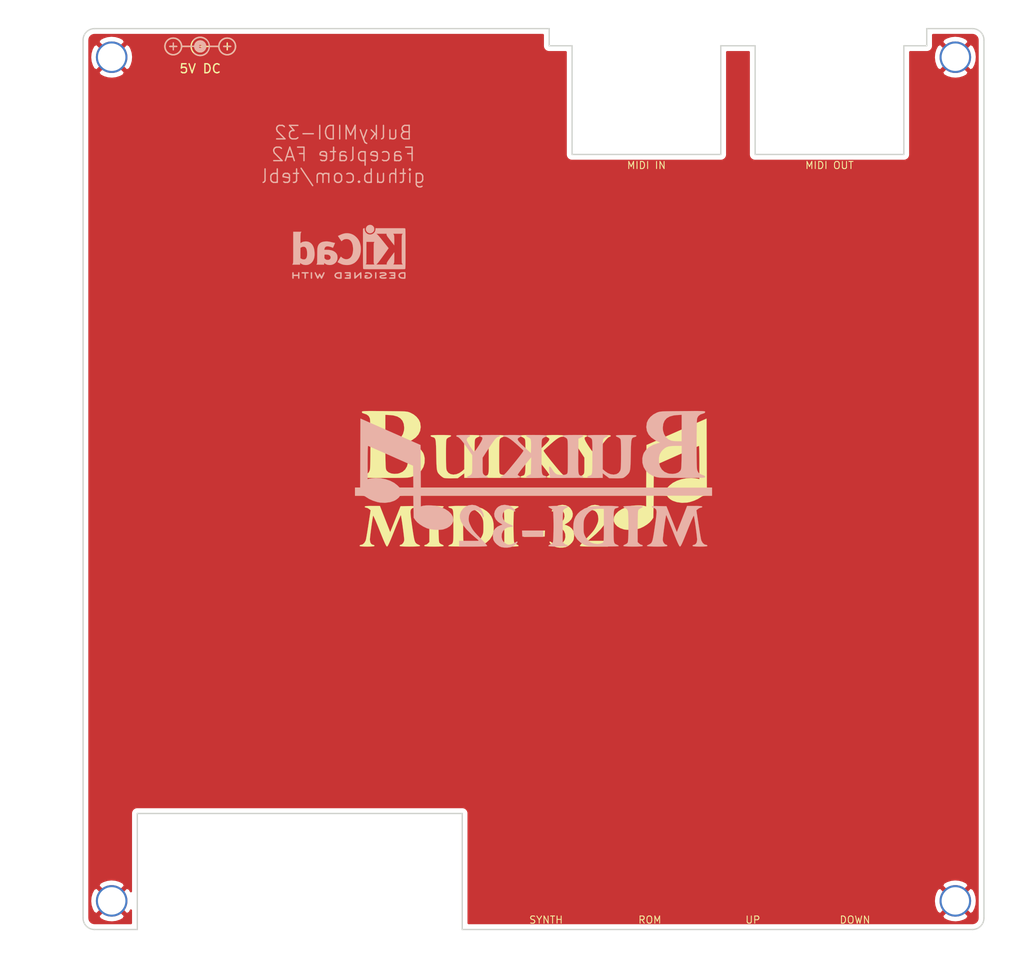
<source format=kicad_pcb>
(kicad_pcb (version 20171130) (host pcbnew "(5.1.8)-1")

  (general
    (thickness 1.6)
    (drawings 32)
    (tracks 0)
    (zones 0)
    (modules 8)
    (nets 2)
  )

  (page A4)
  (layers
    (0 F.Cu signal)
    (31 B.Cu signal)
    (32 B.Adhes user)
    (33 F.Adhes user)
    (34 B.Paste user)
    (35 F.Paste user)
    (36 B.SilkS user)
    (37 F.SilkS user)
    (38 B.Mask user)
    (39 F.Mask user)
    (40 Dwgs.User user)
    (41 Cmts.User user)
    (42 Eco1.User user)
    (43 Eco2.User user)
    (44 Edge.Cuts user)
    (45 Margin user)
    (46 B.CrtYd user)
    (47 F.CrtYd user)
    (48 B.Fab user)
    (49 F.Fab user)
  )

  (setup
    (last_trace_width 0.25)
    (user_trace_width 0.381)
    (trace_clearance 0.2)
    (zone_clearance 0.508)
    (zone_45_only no)
    (trace_min 0.2)
    (via_size 0.6)
    (via_drill 0.4)
    (via_min_size 0.4)
    (via_min_drill 0.3)
    (user_via 1 0.4)
    (uvia_size 0.3)
    (uvia_drill 0.1)
    (uvias_allowed no)
    (uvia_min_size 0.2)
    (uvia_min_drill 0.1)
    (edge_width 0.15)
    (segment_width 0.2)
    (pcb_text_width 0.3)
    (pcb_text_size 1.5 1.5)
    (mod_edge_width 0.15)
    (mod_text_size 1 1)
    (mod_text_width 0.15)
    (pad_size 1.524 1.524)
    (pad_drill 0.762)
    (pad_to_mask_clearance 0)
    (aux_axis_origin 0 0)
    (visible_elements 7FFFFFFF)
    (pcbplotparams
      (layerselection 0x011fc_ffffffff)
      (usegerberextensions true)
      (usegerberattributes false)
      (usegerberadvancedattributes false)
      (creategerberjobfile false)
      (excludeedgelayer true)
      (linewidth 0.100000)
      (plotframeref false)
      (viasonmask false)
      (mode 1)
      (useauxorigin false)
      (hpglpennumber 1)
      (hpglpenspeed 20)
      (hpglpendiameter 15.000000)
      (psnegative false)
      (psa4output false)
      (plotreference true)
      (plotvalue true)
      (plotinvisibletext false)
      (padsonsilk false)
      (subtractmaskfromsilk false)
      (outputformat 1)
      (mirror false)
      (drillshape 0)
      (scaleselection 1)
      (outputdirectory "export/"))
  )

  (net 0 "")
  (net 1 "Net-(M1-Pad1)")

  (net_class Default "This is the default net class."
    (clearance 0.2)
    (trace_width 0.25)
    (via_dia 0.6)
    (via_drill 0.4)
    (uvia_dia 0.3)
    (uvia_drill 0.1)
    (add_net "Net-(M1-Pad1)")
  )

  (net_class Power ""
    (clearance 0.381)
    (trace_width 0.381)
    (via_dia 1)
    (via_drill 0.4)
    (uvia_dia 0.3)
    (uvia_drill 0.1)
  )

  (module artwork:BulkyMIDI-32 locked (layer B.Cu) (tedit 0) (tstamp 6201EE61)
    (at 120.18 104.61 180)
    (fp_text reference G*** (at 0 0) (layer B.SilkS) hide
      (effects (font (size 1.524 1.524) (thickness 0.3)) (justify mirror))
    )
    (fp_text value LOGO (at 0.75 0) (layer B.SilkS) hide
      (effects (font (size 1.524 1.524) (thickness 0.3)) (justify mirror))
    )
    (fp_poly (pts (xy 8.13903 4.887112) (xy 8.360051 4.878329) (xy 8.492992 4.860721) (xy 8.55728 4.831861)
      (xy 8.5725 4.79425) (xy 8.524169 4.710008) (xy 8.482122 4.699) (xy 8.362249 4.659231)
      (xy 8.205901 4.535573) (xy 8.007133 4.321503) (xy 7.76 4.010497) (xy 7.458559 3.596033)
      (xy 7.396069 3.507073) (xy 6.7945 2.646762) (xy 6.7945 1.637995) (xy 6.795204 1.258666)
      (xy 6.799222 0.984999) (xy 6.809408 0.795658) (xy 6.828618 0.669307) (xy 6.859708 0.584609)
      (xy 6.905533 0.520227) (xy 6.950363 0.473364) (xy 7.093521 0.366085) (xy 7.228942 0.317723)
      (xy 7.236113 0.3175) (xy 7.341805 0.27847) (xy 7.366 0.22225) (xy 7.349923 0.187831)
      (xy 7.290853 0.162638) (xy 7.172527 0.145317) (xy 6.978686 0.134512) (xy 6.693068 0.128869)
      (xy 6.299412 0.127032) (xy 6.223 0.127) (xy 5.809967 0.12834) (xy 5.507654 0.133263)
      (xy 5.2998 0.143123) (xy 5.170142 0.159277) (xy 5.102421 0.183078) (xy 5.080375 0.215883)
      (xy 5.08 0.22225) (xy 5.133223 0.299758) (xy 5.209886 0.3175) (xy 5.34234 0.360555)
      (xy 5.487112 0.465025) (xy 5.495636 0.473364) (xy 5.558019 0.541527) (xy 5.601066 0.615232)
      (xy 5.628358 0.718031) (xy 5.643472 0.873478) (xy 5.649989 1.105125) (xy 5.651486 1.436524)
      (xy 5.6515 1.499033) (xy 5.6515 2.368838) (xy 4.97609 3.409122) (xy 4.698464 3.830512)
      (xy 4.474941 4.153643) (xy 4.295654 4.389967) (xy 4.150737 4.550939) (xy 4.030325 4.64801)
      (xy 3.92455 4.692634) (xy 3.864936 4.699) (xy 3.766771 4.741123) (xy 3.7465 4.79425)
      (xy 3.762747 4.829099) (xy 3.822471 4.854475) (xy 3.942142 4.87179) (xy 4.138232 4.882458)
      (xy 4.427212 4.887889) (xy 4.825554 4.889495) (xy 4.85775 4.8895) (xy 5.267062 4.887936)
      (xy 5.565396 4.882372) (xy 5.768741 4.871501) (xy 5.89309 4.854015) (xy 5.954434 4.828608)
      (xy 5.969 4.798667) (xy 5.914946 4.719972) (xy 5.826125 4.687542) (xy 5.710624 4.643326)
      (xy 5.666115 4.546787) (xy 5.695245 4.388134) (xy 5.800663 4.157575) (xy 5.985016 3.845317)
      (xy 6.103604 3.66159) (xy 6.295263 3.37579) (xy 6.432862 3.185714) (xy 6.5279 3.078313)
      (xy 6.591878 3.040542) (xy 6.635372 3.05834) (xy 6.753302 3.203994) (xy 6.898529 3.409727)
      (xy 7.053745 3.647431) (xy 7.201642 3.888998) (xy 7.32491 4.106321) (xy 7.406241 4.271292)
      (xy 7.4295 4.347929) (xy 7.382921 4.496786) (xy 7.272365 4.630058) (xy 7.141604 4.697629)
      (xy 7.122874 4.699001) (xy 7.056965 4.750251) (xy 7.0485 4.79425) (xy 7.067605 4.835317)
      (xy 7.137873 4.862944) (xy 7.278733 4.879562) (xy 7.509614 4.887598) (xy 7.8105 4.8895)
      (xy 8.13903 4.887112)) (layer B.SilkS) (width 0.01))
    (fp_poly (pts (xy 2.736097 4.887923) (xy 3.012875 4.882119) (xy 3.196983 4.87048) (xy 3.305575 4.851398)
      (xy 3.355804 4.823265) (xy 3.3655 4.79425) (xy 3.310186 4.717713) (xy 3.204639 4.699)
      (xy 3.064929 4.684486) (xy 2.912518 4.635613) (xy 2.736484 4.544382) (xy 2.525901 4.402796)
      (xy 2.269848 4.202858) (xy 1.957401 3.936571) (xy 1.577638 3.595937) (xy 1.119634 3.172958)
      (xy 1.11709 3.170586) (xy 1.12903 3.111063) (xy 1.212093 2.973323) (xy 1.368433 2.754558)
      (xy 1.600203 2.451957) (xy 1.909559 2.06271) (xy 2.298652 1.584007) (xy 2.769638 1.013038)
      (xy 2.78443 0.995207) (xy 3.037825 0.70707) (xy 3.258108 0.490735) (xy 3.429433 0.36135)
      (xy 3.467055 0.342524) (xy 3.611778 0.273715) (xy 3.671564 0.220515) (xy 3.639118 0.181167)
      (xy 3.507144 0.153914) (xy 3.268349 0.137001) (xy 2.915435 0.128671) (xy 2.57175 0.127)
      (xy 2.150252 0.129156) (xy 1.842163 0.136274) (xy 1.63395 0.149331) (xy 1.512085 0.169303)
      (xy 1.463037 0.197167) (xy 1.4605 0.207193) (xy 1.512024 0.292712) (xy 1.599267 0.350068)
      (xy 1.715539 0.423612) (xy 1.758416 0.477448) (xy 1.726594 0.544745) (xy 1.625865 0.693601)
      (xy 1.468257 0.907705) (xy 1.265799 1.170746) (xy 1.030518 1.466412) (xy 1.014653 1.486029)
      (xy 0.250508 2.429912) (xy 0.28575 0.53975) (xy 0.553323 0.41275) (xy 0.725768 0.323625)
      (xy 0.816917 0.254611) (xy 0.81945 0.203307) (xy 0.726045 0.16731) (xy 0.529382 0.144218)
      (xy 0.222139 0.131629) (xy -0.203005 0.12714) (xy -0.3175 0.127) (xy -0.733768 0.128533)
      (xy -1.038775 0.133956) (xy -1.248234 0.144509) (xy -1.377858 0.161434) (xy -1.443358 0.18597)
      (xy -1.4605 0.217205) (xy -1.405515 0.292536) (xy -1.272968 0.348588) (xy -1.270079 0.349233)
      (xy -1.166135 0.375651) (xy -1.083042 0.41319) (xy -1.018468 0.475153) (xy -0.970078 0.574843)
      (xy -0.935542 0.725562) (xy -0.912527 0.940612) (xy -0.898698 1.233296) (xy -0.891725 1.616915)
      (xy -0.889274 2.104773) (xy -0.889 2.52238) (xy -0.889391 3.058343) (xy -0.891172 3.481789)
      (xy -0.895259 3.807199) (xy -0.902567 4.049056) (xy -0.914011 4.22184) (xy -0.930506 4.340035)
      (xy -0.952966 4.418121) (xy -0.982307 4.47058) (xy -1.014385 4.506885) (xy -1.17054 4.618766)
      (xy -1.300135 4.672519) (xy -1.420051 4.732468) (xy -1.4605 4.801134) (xy -1.439639 4.833434)
      (xy -1.366759 4.857111) (xy -1.226421 4.873359) (xy -1.003184 4.883373) (xy -0.681605 4.888345)
      (xy -0.3175 4.8895) (xy 0.106913 4.887576) (xy 0.418537 4.881119) (xy 0.631534 4.869109)
      (xy 0.760067 4.850524) (xy 0.818298 4.82434) (xy 0.8255 4.807007) (xy 0.771497 4.733722)
      (xy 0.63813 4.65778) (xy 0.603292 4.644162) (xy 0.437092 4.558348) (xy 0.323435 4.454322)
      (xy 0.315524 4.441308) (xy 0.289339 4.326284) (xy 0.272068 4.112373) (xy 0.26527 3.827479)
      (xy 0.267856 3.589193) (xy 0.28575 2.859579) (xy 1.035192 3.565429) (xy 1.345859 3.863549)
      (xy 1.565964 4.092189) (xy 1.701605 4.264245) (xy 1.758882 4.392612) (xy 1.743893 4.490187)
      (xy 1.662737 4.569864) (xy 1.541249 4.6355) (xy 1.404467 4.719148) (xy 1.336481 4.80004)
      (xy 1.334874 4.810125) (xy 1.366088 4.84157) (xy 1.470038 4.864167) (xy 1.660301 4.878979)
      (xy 1.950458 4.88707) (xy 2.3495 4.8895) (xy 2.736097 4.887923)) (layer B.SilkS) (width 0.01))
    (fp_poly (pts (xy -3.963716 4.887888) (xy -3.657459 4.882253) (xy -3.447288 4.871404) (xy -3.317762 4.854145)
      (xy -3.253441 4.829284) (xy -3.2385 4.801134) (xy -3.292675 4.72146) (xy -3.398866 4.672519)
      (xy -3.569201 4.595152) (xy -3.684616 4.506885) (xy -3.720644 4.465094) (xy -3.749032 4.4104)
      (xy -3.770685 4.328369) (xy -3.786512 4.204563) (xy -3.797419 4.024548) (xy -3.804314 3.773888)
      (xy -3.808104 3.438148) (xy -3.809697 3.002891) (xy -3.81 2.511851) (xy -3.809806 1.976091)
      (xy -3.808541 1.553098) (xy -3.805185 1.22864) (xy -3.798719 0.988484) (xy -3.788121 0.818397)
      (xy -3.772372 0.704147) (xy -3.75045 0.631501) (xy -3.721336 0.586226) (xy -3.68401 0.55409)
      (xy -3.668871 0.543351) (xy -3.49875 0.478762) (xy -3.252004 0.448471) (xy -2.974368 0.452767)
      (xy -2.711578 0.491933) (xy -2.569791 0.536477) (xy -2.385607 0.658174) (xy -2.198944 0.877604)
      (xy -2.111456 1.009856) (xy -1.948978 1.250766) (xy -1.833339 1.37458) (xy -1.761377 1.380941)
      (xy -1.729925 1.269494) (xy -1.73582 1.039884) (xy -1.742319 0.968375) (xy -1.770025 0.712117)
      (xy -1.799272 0.476231) (xy -1.820284 0.333375) (xy -1.855634 0.127) (xy -3.690067 0.127)
      (xy -4.230679 0.127833) (xy -4.656964 0.130744) (xy -4.981589 0.136357) (xy -5.217221 0.145296)
      (xy -5.376524 0.158182) (xy -5.472164 0.175639) (xy -5.516808 0.198289) (xy -5.5245 0.217205)
      (xy -5.469636 0.293372) (xy -5.340585 0.347804) (xy -5.234537 0.372842) (xy -5.149746 0.40519)
      (xy -5.08397 0.458073) (xy -5.034967 0.544713) (xy -5.000496 0.678336) (xy -4.978314 0.872164)
      (xy -4.966181 1.139422) (xy -4.961853 1.493333) (xy -4.963091 1.947122) (xy -4.967651 2.514012)
      (xy -4.96793 2.546046) (xy -4.98475 4.47675) (xy -5.252324 4.60375) (xy -5.424769 4.692876)
      (xy -5.515918 4.76189) (xy -5.518451 4.813194) (xy -5.425046 4.849191) (xy -5.228383 4.872283)
      (xy -4.92114 4.884872) (xy -4.495996 4.889361) (xy -4.3815 4.8895) (xy -3.963716 4.887888)) (layer B.SilkS) (width 0.01))
    (fp_poly (pts (xy -17.498605 7.550458) (xy -16.939835 7.546588) (xy -16.557625 7.543618) (xy -15.929063 7.53849)
      (xy -15.413977 7.533453) (xy -14.998846 7.527698) (xy -14.67015 7.520414) (xy -14.414369 7.510793)
      (xy -14.217981 7.498025) (xy -14.067466 7.4813) (xy -13.949303 7.45981) (xy -13.849972 7.432744)
      (xy -13.755952 7.399293) (xy -13.686219 7.37171) (xy -13.308529 7.170945) (xy -12.982798 6.902956)
      (xy -12.733104 6.592462) (xy -12.583524 6.264185) (xy -12.574844 6.230686) (xy -12.521012 5.767746)
      (xy -12.587613 5.34079) (xy -12.771894 4.954913) (xy -13.071102 4.615211) (xy -13.482483 4.326778)
      (xy -13.650666 4.239738) (xy -14.06525 4.041391) (xy -13.7795 3.967775) (xy -13.272329 3.790973)
      (xy -12.835359 3.54511) (xy -12.486167 3.242431) (xy -12.243858 2.898179) (xy -12.163074 2.684349)
      (xy -12.100699 2.42059) (xy -12.081226 2.278463) (xy -12.093888 1.783217) (xy -12.221398 1.335321)
      (xy -12.457663 0.943369) (xy -12.79659 0.615957) (xy -13.232083 0.361679) (xy -13.516314 0.254293)
      (xy -13.624474 0.222387) (xy -13.736018 0.196285) (xy -13.864427 0.175408) (xy -14.023185 0.159178)
      (xy -14.225776 0.147016) (xy -14.485683 0.138346) (xy -14.816389 0.132588) (xy -15.231377 0.129164)
      (xy -15.74413 0.127497) (xy -16.368132 0.127008) (xy -16.484939 0.127) (xy -17.122984 0.127216)
      (xy -17.645535 0.128217) (xy -18.064097 0.130537) (xy -18.390175 0.134709) (xy -18.635275 0.141264)
      (xy -18.810902 0.150735) (xy -18.928562 0.163656) (xy -18.999761 0.180558) (xy -19.036002 0.201975)
      (xy -19.048793 0.228439) (xy -19.05 0.245748) (xy -19.008265 0.337541) (xy -18.869388 0.411593)
      (xy -18.768705 0.443253) (xy -18.476279 0.562406) (xy -18.283233 0.737915) (xy -18.167044 0.990523)
      (xy -18.164454 0.999712) (xy -18.147644 1.125262) (xy -18.13325 1.360884) (xy -18.12127 1.689673)
      (xy -18.111699 2.094724) (xy -18.104537 2.559132) (xy -18.099781 3.065991) (xy -18.097429 3.598397)
      (xy -18.097436 3.683) (xy -16.457789 3.683) (xy -16.43627 2.385779) (xy -16.428094 1.944254)
      (xy -16.418922 1.611129) (xy -16.406809 1.367808) (xy -16.389808 1.195695) (xy -16.365975 1.076195)
      (xy -16.333362 0.990711) (xy -16.290026 0.920647) (xy -16.281803 0.909404) (xy -16.078636 0.73445)
      (xy -15.791 0.620271) (xy -15.449019 0.572892) (xy -15.082817 0.598339) (xy -14.915031 0.636019)
      (xy -14.538606 0.800138) (xy -14.246885 1.057009) (xy -14.043977 1.40123) (xy -13.933994 1.827399)
      (xy -13.921908 1.940945) (xy -13.922642 2.379761) (xy -14.008545 2.743799) (xy -14.18835 3.059704)
      (xy -14.347763 3.240044) (xy -14.55243 3.419713) (xy -14.764263 3.545206) (xy -15.011653 3.625131)
      (xy -15.32299 3.668098) (xy -15.726668 3.682715) (xy -15.808637 3.683) (xy -16.457789 3.683)
      (xy -18.097436 3.683) (xy -18.097478 4.139446) (xy -18.097714 4.191) (xy -16.4465 4.191)
      (xy -15.986125 4.191355) (xy -15.715571 4.201127) (xy -15.459263 4.226319) (xy -15.283131 4.25908)
      (xy -14.957821 4.412358) (xy -14.689253 4.664747) (xy -14.490694 4.996031) (xy -14.37541 5.385994)
      (xy -14.351355 5.678901) (xy -14.399779 6.116514) (xy -14.544448 6.472804) (xy -14.786421 6.74875)
      (xy -15.126761 6.945329) (xy -15.566526 7.06352) (xy -15.889746 7.097871) (xy -16.4465 7.129616)
      (xy -16.4465 4.191) (xy -18.097714 4.191) (xy -18.099926 4.67223) (xy -18.10477 5.179847)
      (xy -18.112009 5.64539) (xy -18.121639 6.051955) (xy -18.133659 6.382637) (xy -18.148066 6.62053)
      (xy -18.164858 6.74873) (xy -18.165251 6.750179) (xy -18.295136 6.989741) (xy -18.526464 7.16983)
      (xy -18.842474 7.277415) (xy -18.843625 7.277633) (xy -18.99816 7.332706) (xy -19.049675 7.428702)
      (xy -19.05 7.43996) (xy -19.046437 7.470992) (xy -19.02795 7.4962) (xy -18.982849 7.516071)
      (xy -18.899443 7.531092) (xy -18.766038 7.541749) (xy -18.570944 7.548528) (xy -18.302468 7.551915)
      (xy -17.948919 7.552396) (xy -17.498605 7.550458)) (layer B.SilkS) (width 0.01))
    (fp_poly (pts (xy -6.694216 4.887888) (xy -6.387959 4.882253) (xy -6.177788 4.871404) (xy -6.048262 4.854145)
      (xy -5.983941 4.829284) (xy -5.969 4.801134) (xy -6.023175 4.72146) (xy -6.129366 4.672519)
      (xy -6.299701 4.595152) (xy -6.415116 4.506885) (xy -6.450925 4.465377) (xy -6.47919 4.411057)
      (xy -6.500801 4.329599) (xy -6.516646 4.206678) (xy -6.527615 4.027969) (xy -6.534595 3.779145)
      (xy -6.538477 3.445881) (xy -6.540149 3.013852) (xy -6.5405 2.486342) (xy -6.540337 1.924371)
      (xy -6.538174 1.475864) (xy -6.531498 1.127285) (xy -6.517799 0.8651) (xy -6.494565 0.675773)
      (xy -6.459286 0.545768) (xy -6.40945 0.461552) (xy -6.342544 0.409588) (xy -6.256059 0.37634)
      (xy -6.147483 0.348275) (xy -6.143625 0.347314) (xy -6.017186 0.288187) (xy -5.969 0.215367)
      (xy -5.992203 0.178685) (xy -6.073385 0.153298) (xy -6.229913 0.137415) (xy -6.47915 0.129246)
      (xy -6.82625 0.127) (xy -7.6835 0.127) (xy -7.6835 0.639115) (xy -8.043425 0.367183)
      (xy -8.40335 0.09525) (xy -9.10705 0.080703) (xy -9.409513 0.080544) (xy -9.678665 0.091463)
      (xy -9.880745 0.111458) (xy -9.9695 0.131823) (xy -10.114663 0.217093) (xy -10.286142 0.351136)
      (xy -10.340043 0.400371) (xy -10.460306 0.51825) (xy -10.555377 0.626206) (xy -10.62854 0.740669)
      (xy -10.683079 0.878068) (xy -10.722278 1.054831) (xy -10.749422 1.287389) (xy -10.767795 1.59217)
      (xy -10.780682 1.985604) (xy -10.791365 2.48412) (xy -10.795 2.676255) (xy -10.805908 3.217276)
      (xy -10.818153 3.645364) (xy -10.834916 3.974571) (xy -10.859379 4.218951) (xy -10.894725 4.392556)
      (xy -10.944133 4.509439) (xy -11.010787 4.583654) (xy -11.097866 4.629253) (xy -11.208554 4.66029)
      (xy -11.246085 4.668697) (xy -11.37681 4.724318) (xy -11.43 4.799296) (xy -11.410587 4.832147)
      (xy -11.341872 4.856218) (xy -11.208142 4.872749) (xy -10.993686 4.882978) (xy -10.682792 4.888148)
      (xy -10.287 4.8895) (xy -9.869216 4.887888) (xy -9.562959 4.882253) (xy -9.352788 4.871404)
      (xy -9.223262 4.854145) (xy -9.158941 4.829284) (xy -9.144 4.801134) (xy -9.198175 4.72146)
      (xy -9.304366 4.672519) (xy -9.474701 4.595152) (xy -9.590116 4.506885) (xy -9.628486 4.462041)
      (xy -9.658132 4.403298) (xy -9.680172 4.315021) (xy -9.695727 4.181578) (xy -9.705916 3.987334)
      (xy -9.711858 3.716656) (xy -9.714673 3.35391) (xy -9.715481 2.883463) (xy -9.7155 2.755972)
      (xy -9.714407 2.241896) (xy -9.710524 1.838741) (xy -9.702947 1.530446) (xy -9.690773 1.300946)
      (xy -9.673096 1.134178) (xy -9.649013 1.014079) (xy -9.617619 0.924584) (xy -9.611688 0.911675)
      (xy -9.440626 0.684686) (xy -9.198359 0.545325) (xy -8.905885 0.493892) (xy -8.584209 0.530682)
      (xy -8.25433 0.655995) (xy -7.937251 0.870129) (xy -7.917007 0.887635) (xy -7.6835 1.092657)
      (xy -7.6835 2.737079) (xy -7.683989 3.238189) (xy -7.686189 3.627831) (xy -7.691201 3.921536)
      (xy -7.700124 4.134832) (xy -7.714059 4.283252) (xy -7.734107 4.382324) (xy -7.761366 4.44758)
      (xy -7.796939 4.494549) (xy -7.808885 4.506885) (xy -7.96504 4.618766) (xy -8.094635 4.672519)
      (xy -8.214551 4.732468) (xy -8.255 4.801134) (xy -8.234139 4.833434) (xy -8.161259 4.857111)
      (xy -8.020921 4.873359) (xy -7.797684 4.883373) (xy -7.476105 4.888345) (xy -7.112 4.8895)
      (xy -6.694216 4.887888)) (layer B.SilkS) (width 0.01))
    (fp_poly (pts (xy 19.225116 2.880962) (xy 19.241483 -0.9525) (xy 19.812 -0.9525) (xy 19.812 -1.8415)
      (xy 19.299763 -1.8415) (xy 19.029429 -1.846526) (xy 18.847433 -1.867169) (xy 18.715319 -1.911776)
      (xy 18.594632 -1.988694) (xy 18.583762 -1.996918) (xy 18.236292 -2.213871) (xy 17.813414 -2.404496)
      (xy 17.366602 -2.547991) (xy 17.069343 -2.608933) (xy 16.480995 -2.639883) (xy 15.909634 -2.561499)
      (xy 15.479688 -2.419788) (xy 15.288561 -2.316519) (xy 15.101166 -2.181975) (xy 14.949658 -2.043275)
      (xy 14.866197 -1.927539) (xy 14.859 -1.89634) (xy 14.799607 -1.875121) (xy 14.637829 -1.857722)
      (xy 14.398263 -1.845922) (xy 14.105507 -1.841501) (xy 14.100773 -1.8415) (xy 13.342547 -1.8415)
      (xy 13.322898 -3.063875) (xy 13.30325 -4.28625) (xy 13.119735 -4.556807) (xy 12.907433 -4.797064)
      (xy 12.604957 -5.042059) (xy 12.245923 -5.268152) (xy 11.863944 -5.451701) (xy 11.825956 -5.466737)
      (xy 11.539542 -5.546201) (xy 11.176021 -5.602402) (xy 10.781807 -5.632293) (xy 10.403315 -5.632828)
      (xy 10.086958 -5.60096) (xy 10.015061 -5.585622) (xy 9.611986 -5.441917) (xy 9.284945 -5.237694)
      (xy 9.047815 -4.986225) (xy 8.914471 -4.70078) (xy 8.89 -4.509613) (xy 8.951692 -4.18186)
      (xy 9.130207 -3.871743) (xy 9.415704 -3.587672) (xy 9.79834 -3.33806) (xy 10.268276 -3.131317)
      (xy 10.633716 -3.019242) (xy 10.911069 -2.968022) (xy 11.250529 -2.935572) (xy 11.609802 -2.922886)
      (xy 11.946596 -2.930955) (xy 12.218615 -2.960771) (xy 12.303544 -2.980067) (xy 12.5095 -3.039134)
      (xy 12.5095 -1.8415) (xy -19.812 -1.8415) (xy -19.812 -0.9525) (xy 12.507954 -0.9525)
      (xy 13.332257 -0.9525) (xy 14.859 -0.9525) (xy 15.106794 -0.704705) (xy 15.465315 -0.423141)
      (xy 15.914584 -0.191299) (xy 16.424864 -0.018749) (xy 16.966418 0.084937) (xy 17.509507 0.110188)
      (xy 17.62125 0.104611) (xy 17.881423 0.082901) (xy 18.107246 0.05695) (xy 18.25638 0.031766)
      (xy 18.272125 0.027609) (xy 18.415 -0.014812) (xy 18.415 1.834094) (xy 18.413432 2.303801)
      (xy 18.409 2.729406) (xy 18.402108 3.09518) (xy 18.393164 3.385395) (xy 18.382571 3.584322)
      (xy 18.370736 3.676235) (xy 18.367375 3.680663) (xy 18.301046 3.655165) (xy 18.130926 3.583241)
      (xy 17.869202 3.470218) (xy 17.52806 3.321421) (xy 17.119687 3.142177) (xy 16.656269 2.937813)
      (xy 16.149992 2.713654) (xy 15.84325 2.577441) (xy 13.36675 1.476558) (xy 13.349503 0.262029)
      (xy 13.332257 -0.9525) (xy 12.507954 -0.9525) (xy 12.54125 3.777568) (xy 19.20875 6.714424)
      (xy 19.225116 2.880962)) (layer B.SilkS) (width 0.01))
    (fp_poly (pts (xy 1.23825 -6.38175) (xy -1.0795 -6.416364) (xy -1.0795 -5.715) (xy 1.276636 -5.715)
      (xy 1.23825 -6.38175)) (layer B.SilkS) (width 0.01))
    (fp_poly (pts (xy 7.203418 -2.917091) (xy 7.556012 -3.070997) (xy 7.834796 -3.302111) (xy 8.059858 -3.624677)
      (xy 8.169053 -3.96806) (xy 8.16147 -4.334508) (xy 8.036202 -4.726269) (xy 7.79234 -5.145592)
      (xy 7.428974 -5.594724) (xy 6.945195 -6.075915) (xy 6.586731 -6.389369) (xy 6.028184 -6.858)
      (xy 8.255 -6.858) (xy 8.255 -7.493) (xy 6.69925 -7.493) (xy 6.191329 -7.491552)
      (xy 5.798679 -7.486812) (xy 5.5096 -7.478183) (xy 5.312392 -7.465067) (xy 5.195354 -7.446867)
      (xy 5.146787 -7.422986) (xy 5.143791 -7.413625) (xy 5.18655 -7.344533) (xy 5.304965 -7.20216)
      (xy 5.484543 -7.002677) (xy 5.710791 -6.762256) (xy 5.926298 -6.5405) (xy 6.236491 -6.220693)
      (xy 6.471183 -5.964566) (xy 6.648235 -5.749705) (xy 6.78551 -5.553696) (xy 6.900872 -5.354126)
      (xy 6.95259 -5.25275) (xy 7.083453 -4.968832) (xy 7.158812 -4.746222) (xy 7.191646 -4.539272)
      (xy 7.196338 -4.3955) (xy 7.152988 -4.03276) (xy 7.030727 -3.746436) (xy 6.84017 -3.548059)
      (xy 6.591929 -3.449162) (xy 6.330165 -3.454325) (xy 6.120352 -3.545244) (xy 5.912981 -3.717206)
      (xy 5.74875 -3.930154) (xy 5.677283 -4.096914) (xy 5.620141 -4.22878) (xy 5.56197 -4.239394)
      (xy 5.526905 -4.131985) (xy 5.5245 -4.076467) (xy 5.569611 -3.841821) (xy 5.687642 -3.573034)
      (xy 5.852637 -3.315671) (xy 6.03864 -3.115296) (xy 6.096911 -3.071609) (xy 6.44455 -2.913508)
      (xy 6.823158 -2.863298) (xy 7.203418 -2.917091)) (layer B.SilkS) (width 0.01))
    (fp_poly (pts (xy -2.319219 -2.986575) (xy -2.020415 -2.993537) (xy -1.819624 -3.006492) (xy -1.702379 -3.026546)
      (xy -1.654215 -3.054803) (xy -1.651 -3.066993) (xy -1.704941 -3.140805) (xy -1.837741 -3.216218)
      (xy -1.867782 -3.227876) (xy -2.061614 -3.347079) (xy -2.153532 -3.504108) (xy -2.177354 -3.637512)
      (xy -2.196244 -3.872381) (xy -2.210274 -4.187148) (xy -2.219519 -4.560248) (xy -2.224052 -4.970114)
      (xy -2.223948 -5.395182) (xy -2.219281 -5.813885) (xy -2.210125 -6.204656) (xy -2.196553 -6.545931)
      (xy -2.17864 -6.816143) (xy -2.156459 -6.993727) (xy -2.141384 -7.046354) (xy -2.021068 -7.178226)
      (xy -1.85657 -7.261915) (xy -1.717322 -7.324743) (xy -1.651743 -7.3994) (xy -1.651 -7.406935)
      (xy -1.674332 -7.439378) (xy -1.754582 -7.462925) (xy -1.907133 -7.478803) (xy -2.147366 -7.488239)
      (xy -2.490664 -7.492458) (xy -2.7305 -7.493) (xy -3.130501 -7.49155) (xy -3.420215 -7.486219)
      (xy -3.616331 -7.475535) (xy -3.735539 -7.458025) (xy -3.794529 -7.432216) (xy -3.81 -7.39775)
      (xy -3.756777 -7.320242) (xy -3.680114 -7.3025) (xy -3.54766 -7.259445) (xy -3.402888 -7.154975)
      (xy -3.394364 -7.146636) (xy -3.2385 -6.990772) (xy -3.2385 -5.30927) (xy -3.240708 -4.851781)
      (xy -3.246926 -4.429615) (xy -3.256548 -4.061416) (xy -3.268966 -3.765832) (xy -3.283573 -3.561507)
      (xy -3.298367 -3.470308) (xy -3.412459 -3.325966) (xy -3.584117 -3.231167) (xy -3.73032 -3.158563)
      (xy -3.806763 -3.082079) (xy -3.81 -3.066993) (xy -3.782845 -3.035564) (xy -3.691735 -3.01273)
      (xy -3.522205 -2.997385) (xy -3.259788 -2.988426) (xy -2.89002 -2.984745) (xy -2.7305 -2.9845)
      (xy -2.319219 -2.986575)) (layer B.SilkS) (width 0.01))
    (fp_poly (pts (xy -7.505535 -2.982695) (xy -7.121606 -2.994923) (xy -6.771974 -3.013263) (xy -6.476779 -3.037658)
      (xy -6.256163 -3.068055) (xy -6.193471 -3.081839) (xy -5.646244 -3.282175) (xy -5.183178 -3.575405)
      (xy -4.919481 -3.82538) (xy -4.682472 -4.141005) (xy -4.52602 -4.48368) (xy -4.440399 -4.883158)
      (xy -4.415863 -5.36575) (xy -4.423027 -5.667551) (xy -4.447065 -5.888577) (xy -4.496693 -6.074793)
      (xy -4.580629 -6.272162) (xy -4.592437 -6.296746) (xy -4.862885 -6.711541) (xy -5.236344 -7.055308)
      (xy -5.64388 -7.293917) (xy -5.752573 -7.34359) (xy -5.85297 -7.382495) (xy -5.962049 -7.412153)
      (xy -6.096791 -7.434084) (xy -6.274175 -7.449809) (xy -6.511181 -7.46085) (xy -6.824788 -7.468726)
      (xy -7.231977 -7.474958) (xy -7.731125 -7.480857) (xy -8.303419 -7.485421) (xy -8.754435 -7.484622)
      (xy -9.089789 -7.478299) (xy -9.315098 -7.466293) (xy -9.435975 -7.448444) (xy -9.4615 -7.43166)
      (xy -9.408592 -7.362311) (xy -9.286992 -7.296508) (xy -9.174329 -7.253307) (xy -9.085273 -7.20947)
      (xy -9.017051 -7.150627) (xy -8.966892 -7.062407) (xy -8.932021 -6.93044) (xy -8.909668 -6.740356)
      (xy -8.89706 -6.477783) (xy -8.891424 -6.128351) (xy -8.889988 -5.67769) (xy -8.89 -5.23875)
      (xy -8.890242 -4.692976) (xy -8.892778 -4.260262) (xy -8.90033 -3.926668) (xy -8.915618 -3.678252)
      (xy -8.941361 -3.501077) (xy -8.98028 -3.381201) (xy -9.035094 -3.304685) (xy -9.03928 -3.302)
      (xy -7.8105 -3.302) (xy -7.8105 -5.135724) (xy -7.809724 -5.675878) (xy -7.806924 -6.102766)
      (xy -7.801394 -6.430117) (xy -7.792428 -6.671659) (xy -7.779318 -6.84112) (xy -7.761359 -6.952227)
      (xy -7.737845 -7.01871) (xy -7.711923 -7.051261) (xy -7.565697 -7.12427) (xy -7.352841 -7.180532)
      (xy -7.133672 -7.206969) (xy -7.01675 -7.202017) (xy -6.866679 -7.178813) (xy -6.675333 -7.148634)
      (xy -6.663167 -7.146696) (xy -6.360291 -7.038965) (xy -6.07409 -6.827195) (xy -5.831303 -6.533949)
      (xy -5.733972 -6.362659) (xy -5.654112 -6.188814) (xy -5.602439 -6.034138) (xy -5.572924 -5.862658)
      (xy -5.55954 -5.638406) (xy -5.556258 -5.325409) (xy -5.55625 -5.30225) (xy -5.560098 -4.971479)
      (xy -5.575157 -4.731614) (xy -5.606702 -4.546703) (xy -5.660008 -4.38079) (xy -5.707974 -4.267982)
      (xy -5.898311 -3.954644) (xy -6.156877 -3.676375) (xy -6.448646 -3.466131) (xy -6.655235 -3.376677)
      (xy -6.850082 -3.338025) (xy -7.111893 -3.311042) (xy -7.357493 -3.302) (xy -7.8105 -3.302)
      (xy -9.03928 -3.302) (xy -9.108524 -3.257588) (xy -9.203291 -3.225971) (xy -9.286875 -3.204813)
      (xy -9.413315 -3.145686) (xy -9.4615 -3.072866) (xy -9.401442 -3.040765) (xy -9.234693 -3.015163)
      (xy -8.981396 -2.996004) (xy -8.661691 -2.983233) (xy -8.295718 -2.976795) (xy -7.903619 -2.976634)
      (xy -7.505535 -2.982695)) (layer B.SilkS) (width 0.01))
    (fp_poly (pts (xy -10.637719 -2.986575) (xy -10.338915 -2.993537) (xy -10.138124 -3.006492) (xy -10.020879 -3.026546)
      (xy -9.972715 -3.054803) (xy -9.9695 -3.066993) (xy -10.023441 -3.140805) (xy -10.156241 -3.216218)
      (xy -10.186282 -3.227876) (xy -10.380114 -3.347079) (xy -10.472032 -3.504108) (xy -10.495854 -3.637512)
      (xy -10.514744 -3.872381) (xy -10.528774 -4.187148) (xy -10.538019 -4.560248) (xy -10.542552 -4.970114)
      (xy -10.542448 -5.395182) (xy -10.537781 -5.813885) (xy -10.528625 -6.204656) (xy -10.515053 -6.545931)
      (xy -10.49714 -6.816143) (xy -10.474959 -6.993727) (xy -10.459884 -7.046354) (xy -10.339568 -7.178226)
      (xy -10.17507 -7.261915) (xy -10.035822 -7.324743) (xy -9.970243 -7.3994) (xy -9.9695 -7.406935)
      (xy -9.992832 -7.439378) (xy -10.073082 -7.462925) (xy -10.225633 -7.478803) (xy -10.465866 -7.488239)
      (xy -10.809164 -7.492458) (xy -11.049 -7.493) (xy -11.449001 -7.49155) (xy -11.738715 -7.486219)
      (xy -11.934831 -7.475535) (xy -12.054039 -7.458025) (xy -12.113029 -7.432216) (xy -12.1285 -7.39775)
      (xy -12.075277 -7.320242) (xy -11.998614 -7.3025) (xy -11.86616 -7.259445) (xy -11.721388 -7.154975)
      (xy -11.712864 -7.146636) (xy -11.557 -6.990772) (xy -11.557 -5.30927) (xy -11.559208 -4.851781)
      (xy -11.565426 -4.429615) (xy -11.575048 -4.061416) (xy -11.587466 -3.765832) (xy -11.602073 -3.561507)
      (xy -11.616867 -3.470308) (xy -11.730959 -3.325966) (xy -11.902617 -3.231167) (xy -12.04882 -3.158563)
      (xy -12.125263 -3.082079) (xy -12.1285 -3.066993) (xy -12.101345 -3.035564) (xy -12.010235 -3.01273)
      (xy -11.840705 -2.997385) (xy -11.578288 -2.988426) (xy -11.20852 -2.984745) (xy -11.049 -2.9845)
      (xy -10.637719 -2.986575)) (layer B.SilkS) (width 0.01))
    (fp_poly (pts (xy -16.478224 -4.43803) (xy -15.907444 -5.891561) (xy -15.332368 -4.453905) (xy -14.757291 -3.01625)
      (xy -13.950896 -2.998477) (xy -13.613578 -2.992998) (xy -13.383728 -2.995355) (xy -13.241953 -3.007456)
      (xy -13.168859 -3.031211) (xy -13.145054 -3.068529) (xy -13.1445 -3.077852) (xy -13.196932 -3.158029)
      (xy -13.264466 -3.175) (xy -13.401424 -3.213581) (xy -13.527022 -3.290463) (xy -13.583673 -3.347136)
      (xy -13.624447 -3.422024) (xy -13.648783 -3.528882) (xy -13.65612 -3.681464) (xy -13.645899 -3.893526)
      (xy -13.61756 -4.178822) (xy -13.570541 -4.551106) (xy -13.504284 -5.024133) (xy -13.437888 -5.478647)
      (xy -13.363575 -5.973892) (xy -13.300684 -6.359238) (xy -13.243394 -6.650611) (xy -13.185884 -6.863934)
      (xy -13.122334 -7.015135) (xy -13.046923 -7.120137) (xy -12.953831 -7.194867) (xy -12.837237 -7.255248)
      (xy -12.779375 -7.280366) (xy -12.639787 -7.347799) (xy -12.583328 -7.40003) (xy -12.617522 -7.438766)
      (xy -12.74989 -7.465715) (xy -12.987953 -7.482584) (xy -13.339233 -7.491081) (xy -13.716 -7.493)
      (xy -14.129033 -7.49166) (xy -14.431346 -7.486737) (xy -14.6392 -7.476877) (xy -14.768858 -7.460723)
      (xy -14.836579 -7.436922) (xy -14.858625 -7.404117) (xy -14.859 -7.39775) (xy -14.807943 -7.314253)
      (xy -14.760864 -7.3025) (xy -14.607631 -7.245717) (xy -14.469437 -7.100822) (xy -14.37471 -6.905995)
      (xy -14.34929 -6.749761) (xy -14.356952 -6.612063) (xy -14.379139 -6.386247) (xy -14.412819 -6.094227)
      (xy -14.454959 -5.757917) (xy -14.502528 -5.39923) (xy -14.552492 -5.040081) (xy -14.601819 -4.702382)
      (xy -14.647476 -4.408048) (xy -14.68643 -4.178992) (xy -14.715649 -4.037128) (xy -14.729673 -4.001098)
      (xy -14.760808 -4.05792) (xy -14.832356 -4.218367) (xy -14.938245 -4.467874) (xy -15.072401 -4.791879)
      (xy -15.228751 -5.175819) (xy -15.401223 -5.605132) (xy -15.457885 -5.747348) (xy -15.66842 -6.272678)
      (xy -15.839373 -6.689114) (xy -15.975423 -7.006803) (xy -16.08125 -7.235888) (xy -16.161532 -7.386515)
      (xy -16.220948 -7.468829) (xy -16.262985 -7.493) (xy -16.306393 -7.467309) (xy -16.365948 -7.383478)
      (xy -16.4463 -7.231366) (xy -16.5521 -7.000831) (xy -16.688 -6.681734) (xy -16.858652 -6.263933)
      (xy -17.068706 -5.737289) (xy -17.071244 -5.730875) (xy -17.246671 -5.29327) (xy -17.408096 -4.901507)
      (xy -17.549601 -4.569091) (xy -17.665266 -4.309527) (xy -17.749172 -4.136322) (xy -17.7954 -4.06298)
      (xy -17.80182 -4.064) (xy -17.829275 -4.182547) (xy -17.867674 -4.40199) (xy -17.913609 -4.697037)
      (xy -17.963675 -5.042397) (xy -18.014466 -5.412779) (xy -18.062576 -5.78289) (xy -18.104598 -6.12744)
      (xy -18.137128 -6.421138) (xy -18.156757 -6.638691) (xy -18.161001 -6.731101) (xy -18.123061 -7.006439)
      (xy -18.016207 -7.199659) (xy -17.850885 -7.295096) (xy -17.78 -7.3025) (xy -17.676572 -7.342204)
      (xy -17.653 -7.39775) (xy -17.671398 -7.437419) (xy -17.739113 -7.464608) (xy -17.874932 -7.481485)
      (xy -18.09764 -7.490215) (xy -18.426023 -7.492968) (xy -18.4785 -7.493) (xy -18.822305 -7.490877)
      (xy -19.057945 -7.483063) (xy -19.204204 -7.467392) (xy -19.279869 -7.441695) (xy -19.303725 -7.403805)
      (xy -19.304 -7.39775) (xy -19.248646 -7.321238) (xy -19.142364 -7.3025) (xy -18.952538 -7.243777)
      (xy -18.778092 -7.085764) (xy -18.64543 -6.855688) (xy -18.611455 -6.754985) (xy -18.582762 -6.623259)
      (xy -18.53905 -6.386891) (xy -18.483881 -6.066876) (xy -18.42082 -5.684204) (xy -18.353431 -5.259868)
      (xy -18.31165 -4.989067) (xy -18.07984 -3.469384) (xy -18.250961 -3.322192) (xy -18.411711 -3.220837)
      (xy -18.568886 -3.175202) (xy -18.577291 -3.175) (xy -18.702315 -3.141243) (xy -18.7325 -3.07975)
      (xy -18.714266 -3.040413) (xy -18.647144 -3.013335) (xy -18.512504 -2.996406) (xy -18.291717 -2.987518)
      (xy -17.966152 -2.984564) (xy -17.890752 -2.9845) (xy -17.049003 -2.9845) (xy -16.478224 -4.43803)) (layer B.SilkS) (width 0.01))
    (fp_poly (pts (xy 3.577374 -2.909431) (xy 3.905373 -3.07234) (xy 4.084865 -3.234814) (xy 4.28365 -3.536571)
      (xy 4.364074 -3.856402) (xy 4.329643 -4.176629) (xy 4.183861 -4.479579) (xy 3.930232 -4.747575)
      (xy 3.761777 -4.864322) (xy 3.434001 -5.061395) (xy 3.682638 -5.135889) (xy 3.983532 -5.275814)
      (xy 4.24039 -5.487677) (xy 4.413265 -5.737882) (xy 4.421884 -5.75762) (xy 4.487799 -6.021574)
      (xy 4.504666 -6.338286) (xy 4.472418 -6.644241) (xy 4.422957 -6.812414) (xy 4.282028 -7.035016)
      (xy 4.063872 -7.258181) (xy 3.812207 -7.443721) (xy 3.576369 -7.55192) (xy 3.275574 -7.603898)
      (xy 2.941768 -7.612884) (xy 2.628676 -7.580363) (xy 2.415811 -7.519836) (xy 2.195845 -7.405466)
      (xy 1.996496 -7.269328) (xy 1.847714 -7.135197) (xy 1.779449 -7.026849) (xy 1.778 -7.013518)
      (xy 1.793721 -6.937537) (xy 1.855851 -6.937633) (xy 1.986844 -7.016738) (xy 2.028895 -7.046289)
      (xy 2.203494 -7.142126) (xy 2.423964 -7.228086) (xy 2.488417 -7.247109) (xy 2.685894 -7.2883)
      (xy 2.835369 -7.27688) (xy 3.006989 -7.206826) (xy 3.017371 -7.201695) (xy 3.29414 -7.008959)
      (xy 3.464706 -6.751886) (xy 3.537268 -6.434105) (xy 3.512752 -6.075561) (xy 3.383011 -5.766072)
      (xy 3.163576 -5.5237) (xy 2.869976 -5.366505) (xy 2.573578 -5.313346) (xy 2.397996 -5.292429)
      (xy 2.297245 -5.2521) (xy 2.286001 -5.231383) (xy 2.340979 -5.174178) (xy 2.484043 -5.096356)
      (xy 2.653764 -5.026423) (xy 2.887007 -4.921159) (xy 3.097196 -4.792474) (xy 3.198602 -4.707504)
      (xy 3.372462 -4.44515) (xy 3.443532 -4.149733) (xy 3.412318 -3.852845) (xy 3.279324 -3.586079)
      (xy 3.178958 -3.477538) (xy 2.935742 -3.332177) (xy 2.673042 -3.311981) (xy 2.393145 -3.416996)
      (xy 2.323791 -3.46075) (xy 2.158027 -3.569573) (xy 2.070733 -3.610593) (xy 2.03705 -3.589849)
      (xy 2.032 -3.531639) (xy 2.082936 -3.42234) (xy 2.214171 -3.280858) (xy 2.393348 -3.133635)
      (xy 2.588108 -3.007115) (xy 2.766091 -2.927742) (xy 2.77363 -2.925579) (xy 3.198045 -2.86002)
      (xy 3.577374 -2.909431)) (layer B.SilkS) (width 0.01))
  )

  (module BulkyMIDI-32:PWR_Specification locked (layer F.Cu) (tedit 61EDF347) (tstamp 6201EBE7)
    (at 83.185 56.515)
    (descr "Barrel connector polarity indicator")
    (tags "barrel polarity")
    (attr virtual)
    (fp_text reference REF** (at 0 -2) (layer F.SilkS) hide
      (effects (font (size 1 1) (thickness 0.15)))
    )
    (fp_text value PWR_Spec (at 0 2) (layer F.Fab)
      (effects (font (size 1 1) (thickness 0.15)))
    )
    (fp_line (start 1.0685 0.0635) (end 1.9685 0.0635) (layer B.SilkS) (width 0.15))
    (fp_circle (center 0 0.0635) (end 0.175 0.0635) (layer B.SilkS) (width 0.5))
    (fp_line (start 0 0.0635) (end -2 0.0635) (layer B.SilkS) (width 0.15))
    (fp_circle (center 2.9845 0.0635) (end 3.9095 0.0635) (layer B.SilkS) (width 0.15))
    (fp_circle (center -2.9845 0.0635) (end -2.0595 0.0635) (layer B.SilkS) (width 0.15))
    (fp_line (start 0 0.075) (end 2 0.075) (layer F.SilkS) (width 0.15))
    (fp_line (start -2 0.075) (end -1.1 0.075) (layer F.SilkS) (width 0.15))
    (fp_circle (center -3 0.075) (end -3 1) (layer F.SilkS) (width 0.15))
    (fp_circle (center 3 0.075) (end 3 1) (layer F.SilkS) (width 0.15))
    (fp_circle (center 0 0.075) (end 0 0.25) (layer F.SilkS) (width 0.5))
    (fp_arc (start 0 0.0635) (end -0.75 -0.6115) (angle 270) (layer B.SilkS) (width 0.15))
    (fp_text user + (at -2.9845 0) (layer B.SilkS)
      (effects (font (size 1 1) (thickness 0.15)))
    )
    (fp_text user - (at 2.9845 0) (layer B.SilkS)
      (effects (font (size 1 1) (thickness 0.15)))
    )
    (fp_text user - (at -3 0) (layer F.SilkS)
      (effects (font (size 1 1) (thickness 0.15)))
    )
    (fp_text user + (at 3 0) (layer F.SilkS)
      (effects (font (size 1 1) (thickness 0.15)))
    )
    (fp_arc (start 0 0.075) (end 0.75 0.75) (angle 270) (layer F.SilkS) (width 0.15))
  )

  (module artwork:BulkyMIDI-32 locked (layer F.Cu) (tedit 0) (tstamp 6201EAC4)
    (at 120.18 104.61)
    (fp_text reference G*** (at 0 0) (layer F.SilkS) hide
      (effects (font (size 1.524 1.524) (thickness 0.3)))
    )
    (fp_text value LOGO (at 0.75 0) (layer F.SilkS) hide
      (effects (font (size 1.524 1.524) (thickness 0.3)))
    )
    (fp_poly (pts (xy 8.13903 -4.887112) (xy 8.360051 -4.878329) (xy 8.492992 -4.860721) (xy 8.55728 -4.831861)
      (xy 8.5725 -4.79425) (xy 8.524169 -4.710008) (xy 8.482122 -4.699) (xy 8.362249 -4.659231)
      (xy 8.205901 -4.535573) (xy 8.007133 -4.321503) (xy 7.76 -4.010497) (xy 7.458559 -3.596033)
      (xy 7.396069 -3.507073) (xy 6.7945 -2.646762) (xy 6.7945 -1.637995) (xy 6.795204 -1.258666)
      (xy 6.799222 -0.984999) (xy 6.809408 -0.795658) (xy 6.828618 -0.669307) (xy 6.859708 -0.584609)
      (xy 6.905533 -0.520227) (xy 6.950363 -0.473364) (xy 7.093521 -0.366085) (xy 7.228942 -0.317723)
      (xy 7.236113 -0.3175) (xy 7.341805 -0.27847) (xy 7.366 -0.22225) (xy 7.349923 -0.187831)
      (xy 7.290853 -0.162638) (xy 7.172527 -0.145317) (xy 6.978686 -0.134512) (xy 6.693068 -0.128869)
      (xy 6.299412 -0.127032) (xy 6.223 -0.127) (xy 5.809967 -0.12834) (xy 5.507654 -0.133263)
      (xy 5.2998 -0.143123) (xy 5.170142 -0.159277) (xy 5.102421 -0.183078) (xy 5.080375 -0.215883)
      (xy 5.08 -0.22225) (xy 5.133223 -0.299758) (xy 5.209886 -0.3175) (xy 5.34234 -0.360555)
      (xy 5.487112 -0.465025) (xy 5.495636 -0.473364) (xy 5.558019 -0.541527) (xy 5.601066 -0.615232)
      (xy 5.628358 -0.718031) (xy 5.643472 -0.873478) (xy 5.649989 -1.105125) (xy 5.651486 -1.436524)
      (xy 5.6515 -1.499033) (xy 5.6515 -2.368838) (xy 4.97609 -3.409122) (xy 4.698464 -3.830512)
      (xy 4.474941 -4.153643) (xy 4.295654 -4.389967) (xy 4.150737 -4.550939) (xy 4.030325 -4.64801)
      (xy 3.92455 -4.692634) (xy 3.864936 -4.699) (xy 3.766771 -4.741123) (xy 3.7465 -4.79425)
      (xy 3.762747 -4.829099) (xy 3.822471 -4.854475) (xy 3.942142 -4.87179) (xy 4.138232 -4.882458)
      (xy 4.427212 -4.887889) (xy 4.825554 -4.889495) (xy 4.85775 -4.8895) (xy 5.267062 -4.887936)
      (xy 5.565396 -4.882372) (xy 5.768741 -4.871501) (xy 5.89309 -4.854015) (xy 5.954434 -4.828608)
      (xy 5.969 -4.798667) (xy 5.914946 -4.719972) (xy 5.826125 -4.687542) (xy 5.710624 -4.643326)
      (xy 5.666115 -4.546787) (xy 5.695245 -4.388134) (xy 5.800663 -4.157575) (xy 5.985016 -3.845317)
      (xy 6.103604 -3.66159) (xy 6.295263 -3.37579) (xy 6.432862 -3.185714) (xy 6.5279 -3.078313)
      (xy 6.591878 -3.040542) (xy 6.635372 -3.05834) (xy 6.753302 -3.203994) (xy 6.898529 -3.409727)
      (xy 7.053745 -3.647431) (xy 7.201642 -3.888998) (xy 7.32491 -4.106321) (xy 7.406241 -4.271292)
      (xy 7.4295 -4.347929) (xy 7.382921 -4.496786) (xy 7.272365 -4.630058) (xy 7.141604 -4.697629)
      (xy 7.122874 -4.699001) (xy 7.056965 -4.750251) (xy 7.0485 -4.79425) (xy 7.067605 -4.835317)
      (xy 7.137873 -4.862944) (xy 7.278733 -4.879562) (xy 7.509614 -4.887598) (xy 7.8105 -4.8895)
      (xy 8.13903 -4.887112)) (layer F.SilkS) (width 0.01))
    (fp_poly (pts (xy 2.736097 -4.887923) (xy 3.012875 -4.882119) (xy 3.196983 -4.87048) (xy 3.305575 -4.851398)
      (xy 3.355804 -4.823265) (xy 3.3655 -4.79425) (xy 3.310186 -4.717713) (xy 3.204639 -4.699)
      (xy 3.064929 -4.684486) (xy 2.912518 -4.635613) (xy 2.736484 -4.544382) (xy 2.525901 -4.402796)
      (xy 2.269848 -4.202858) (xy 1.957401 -3.936571) (xy 1.577638 -3.595937) (xy 1.119634 -3.172958)
      (xy 1.11709 -3.170586) (xy 1.12903 -3.111063) (xy 1.212093 -2.973323) (xy 1.368433 -2.754558)
      (xy 1.600203 -2.451957) (xy 1.909559 -2.06271) (xy 2.298652 -1.584007) (xy 2.769638 -1.013038)
      (xy 2.78443 -0.995207) (xy 3.037825 -0.70707) (xy 3.258108 -0.490735) (xy 3.429433 -0.36135)
      (xy 3.467055 -0.342524) (xy 3.611778 -0.273715) (xy 3.671564 -0.220515) (xy 3.639118 -0.181167)
      (xy 3.507144 -0.153914) (xy 3.268349 -0.137001) (xy 2.915435 -0.128671) (xy 2.57175 -0.127)
      (xy 2.150252 -0.129156) (xy 1.842163 -0.136274) (xy 1.63395 -0.149331) (xy 1.512085 -0.169303)
      (xy 1.463037 -0.197167) (xy 1.4605 -0.207193) (xy 1.512024 -0.292712) (xy 1.599267 -0.350068)
      (xy 1.715539 -0.423612) (xy 1.758416 -0.477448) (xy 1.726594 -0.544745) (xy 1.625865 -0.693601)
      (xy 1.468257 -0.907705) (xy 1.265799 -1.170746) (xy 1.030518 -1.466412) (xy 1.014653 -1.486029)
      (xy 0.250508 -2.429912) (xy 0.28575 -0.53975) (xy 0.553323 -0.41275) (xy 0.725768 -0.323625)
      (xy 0.816917 -0.254611) (xy 0.81945 -0.203307) (xy 0.726045 -0.16731) (xy 0.529382 -0.144218)
      (xy 0.222139 -0.131629) (xy -0.203005 -0.12714) (xy -0.3175 -0.127) (xy -0.733768 -0.128533)
      (xy -1.038775 -0.133956) (xy -1.248234 -0.144509) (xy -1.377858 -0.161434) (xy -1.443358 -0.18597)
      (xy -1.4605 -0.217205) (xy -1.405515 -0.292536) (xy -1.272968 -0.348588) (xy -1.270079 -0.349233)
      (xy -1.166135 -0.375651) (xy -1.083042 -0.41319) (xy -1.018468 -0.475153) (xy -0.970078 -0.574843)
      (xy -0.935542 -0.725562) (xy -0.912527 -0.940612) (xy -0.898698 -1.233296) (xy -0.891725 -1.616915)
      (xy -0.889274 -2.104773) (xy -0.889 -2.52238) (xy -0.889391 -3.058343) (xy -0.891172 -3.481789)
      (xy -0.895259 -3.807199) (xy -0.902567 -4.049056) (xy -0.914011 -4.22184) (xy -0.930506 -4.340035)
      (xy -0.952966 -4.418121) (xy -0.982307 -4.47058) (xy -1.014385 -4.506885) (xy -1.17054 -4.618766)
      (xy -1.300135 -4.672519) (xy -1.420051 -4.732468) (xy -1.4605 -4.801134) (xy -1.439639 -4.833434)
      (xy -1.366759 -4.857111) (xy -1.226421 -4.873359) (xy -1.003184 -4.883373) (xy -0.681605 -4.888345)
      (xy -0.3175 -4.8895) (xy 0.106913 -4.887576) (xy 0.418537 -4.881119) (xy 0.631534 -4.869109)
      (xy 0.760067 -4.850524) (xy 0.818298 -4.82434) (xy 0.8255 -4.807007) (xy 0.771497 -4.733722)
      (xy 0.63813 -4.65778) (xy 0.603292 -4.644162) (xy 0.437092 -4.558348) (xy 0.323435 -4.454322)
      (xy 0.315524 -4.441308) (xy 0.289339 -4.326284) (xy 0.272068 -4.112373) (xy 0.26527 -3.827479)
      (xy 0.267856 -3.589193) (xy 0.28575 -2.859579) (xy 1.035192 -3.565429) (xy 1.345859 -3.863549)
      (xy 1.565964 -4.092189) (xy 1.701605 -4.264245) (xy 1.758882 -4.392612) (xy 1.743893 -4.490187)
      (xy 1.662737 -4.569864) (xy 1.541249 -4.6355) (xy 1.404467 -4.719148) (xy 1.336481 -4.80004)
      (xy 1.334874 -4.810125) (xy 1.366088 -4.84157) (xy 1.470038 -4.864167) (xy 1.660301 -4.878979)
      (xy 1.950458 -4.88707) (xy 2.3495 -4.8895) (xy 2.736097 -4.887923)) (layer F.SilkS) (width 0.01))
    (fp_poly (pts (xy -3.963716 -4.887888) (xy -3.657459 -4.882253) (xy -3.447288 -4.871404) (xy -3.317762 -4.854145)
      (xy -3.253441 -4.829284) (xy -3.2385 -4.801134) (xy -3.292675 -4.72146) (xy -3.398866 -4.672519)
      (xy -3.569201 -4.595152) (xy -3.684616 -4.506885) (xy -3.720644 -4.465094) (xy -3.749032 -4.4104)
      (xy -3.770685 -4.328369) (xy -3.786512 -4.204563) (xy -3.797419 -4.024548) (xy -3.804314 -3.773888)
      (xy -3.808104 -3.438148) (xy -3.809697 -3.002891) (xy -3.81 -2.511851) (xy -3.809806 -1.976091)
      (xy -3.808541 -1.553098) (xy -3.805185 -1.22864) (xy -3.798719 -0.988484) (xy -3.788121 -0.818397)
      (xy -3.772372 -0.704147) (xy -3.75045 -0.631501) (xy -3.721336 -0.586226) (xy -3.68401 -0.55409)
      (xy -3.668871 -0.543351) (xy -3.49875 -0.478762) (xy -3.252004 -0.448471) (xy -2.974368 -0.452767)
      (xy -2.711578 -0.491933) (xy -2.569791 -0.536477) (xy -2.385607 -0.658174) (xy -2.198944 -0.877604)
      (xy -2.111456 -1.009856) (xy -1.948978 -1.250766) (xy -1.833339 -1.37458) (xy -1.761377 -1.380941)
      (xy -1.729925 -1.269494) (xy -1.73582 -1.039884) (xy -1.742319 -0.968375) (xy -1.770025 -0.712117)
      (xy -1.799272 -0.476231) (xy -1.820284 -0.333375) (xy -1.855634 -0.127) (xy -3.690067 -0.127)
      (xy -4.230679 -0.127833) (xy -4.656964 -0.130744) (xy -4.981589 -0.136357) (xy -5.217221 -0.145296)
      (xy -5.376524 -0.158182) (xy -5.472164 -0.175639) (xy -5.516808 -0.198289) (xy -5.5245 -0.217205)
      (xy -5.469636 -0.293372) (xy -5.340585 -0.347804) (xy -5.234537 -0.372842) (xy -5.149746 -0.40519)
      (xy -5.08397 -0.458073) (xy -5.034967 -0.544713) (xy -5.000496 -0.678336) (xy -4.978314 -0.872164)
      (xy -4.966181 -1.139422) (xy -4.961853 -1.493333) (xy -4.963091 -1.947122) (xy -4.967651 -2.514012)
      (xy -4.96793 -2.546046) (xy -4.98475 -4.47675) (xy -5.252324 -4.60375) (xy -5.424769 -4.692876)
      (xy -5.515918 -4.76189) (xy -5.518451 -4.813194) (xy -5.425046 -4.849191) (xy -5.228383 -4.872283)
      (xy -4.92114 -4.884872) (xy -4.495996 -4.889361) (xy -4.3815 -4.8895) (xy -3.963716 -4.887888)) (layer F.SilkS) (width 0.01))
    (fp_poly (pts (xy -17.498605 -7.550458) (xy -16.939835 -7.546588) (xy -16.557625 -7.543618) (xy -15.929063 -7.53849)
      (xy -15.413977 -7.533453) (xy -14.998846 -7.527698) (xy -14.67015 -7.520414) (xy -14.414369 -7.510793)
      (xy -14.217981 -7.498025) (xy -14.067466 -7.4813) (xy -13.949303 -7.45981) (xy -13.849972 -7.432744)
      (xy -13.755952 -7.399293) (xy -13.686219 -7.37171) (xy -13.308529 -7.170945) (xy -12.982798 -6.902956)
      (xy -12.733104 -6.592462) (xy -12.583524 -6.264185) (xy -12.574844 -6.230686) (xy -12.521012 -5.767746)
      (xy -12.587613 -5.34079) (xy -12.771894 -4.954913) (xy -13.071102 -4.615211) (xy -13.482483 -4.326778)
      (xy -13.650666 -4.239738) (xy -14.06525 -4.041391) (xy -13.7795 -3.967775) (xy -13.272329 -3.790973)
      (xy -12.835359 -3.54511) (xy -12.486167 -3.242431) (xy -12.243858 -2.898179) (xy -12.163074 -2.684349)
      (xy -12.100699 -2.42059) (xy -12.081226 -2.278463) (xy -12.093888 -1.783217) (xy -12.221398 -1.335321)
      (xy -12.457663 -0.943369) (xy -12.79659 -0.615957) (xy -13.232083 -0.361679) (xy -13.516314 -0.254293)
      (xy -13.624474 -0.222387) (xy -13.736018 -0.196285) (xy -13.864427 -0.175408) (xy -14.023185 -0.159178)
      (xy -14.225776 -0.147016) (xy -14.485683 -0.138346) (xy -14.816389 -0.132588) (xy -15.231377 -0.129164)
      (xy -15.74413 -0.127497) (xy -16.368132 -0.127008) (xy -16.484939 -0.127) (xy -17.122984 -0.127216)
      (xy -17.645535 -0.128217) (xy -18.064097 -0.130537) (xy -18.390175 -0.134709) (xy -18.635275 -0.141264)
      (xy -18.810902 -0.150735) (xy -18.928562 -0.163656) (xy -18.999761 -0.180558) (xy -19.036002 -0.201975)
      (xy -19.048793 -0.228439) (xy -19.05 -0.245748) (xy -19.008265 -0.337541) (xy -18.869388 -0.411593)
      (xy -18.768705 -0.443253) (xy -18.476279 -0.562406) (xy -18.283233 -0.737915) (xy -18.167044 -0.990523)
      (xy -18.164454 -0.999712) (xy -18.147644 -1.125262) (xy -18.13325 -1.360884) (xy -18.12127 -1.689673)
      (xy -18.111699 -2.094724) (xy -18.104537 -2.559132) (xy -18.099781 -3.065991) (xy -18.097429 -3.598397)
      (xy -18.097436 -3.683) (xy -16.457789 -3.683) (xy -16.43627 -2.385779) (xy -16.428094 -1.944254)
      (xy -16.418922 -1.611129) (xy -16.406809 -1.367808) (xy -16.389808 -1.195695) (xy -16.365975 -1.076195)
      (xy -16.333362 -0.990711) (xy -16.290026 -0.920647) (xy -16.281803 -0.909404) (xy -16.078636 -0.73445)
      (xy -15.791 -0.620271) (xy -15.449019 -0.572892) (xy -15.082817 -0.598339) (xy -14.915031 -0.636019)
      (xy -14.538606 -0.800138) (xy -14.246885 -1.057009) (xy -14.043977 -1.40123) (xy -13.933994 -1.827399)
      (xy -13.921908 -1.940945) (xy -13.922642 -2.379761) (xy -14.008545 -2.743799) (xy -14.18835 -3.059704)
      (xy -14.347763 -3.240044) (xy -14.55243 -3.419713) (xy -14.764263 -3.545206) (xy -15.011653 -3.625131)
      (xy -15.32299 -3.668098) (xy -15.726668 -3.682715) (xy -15.808637 -3.683) (xy -16.457789 -3.683)
      (xy -18.097436 -3.683) (xy -18.097478 -4.139446) (xy -18.097714 -4.191) (xy -16.4465 -4.191)
      (xy -15.986125 -4.191355) (xy -15.715571 -4.201127) (xy -15.459263 -4.226319) (xy -15.283131 -4.25908)
      (xy -14.957821 -4.412358) (xy -14.689253 -4.664747) (xy -14.490694 -4.996031) (xy -14.37541 -5.385994)
      (xy -14.351355 -5.678901) (xy -14.399779 -6.116514) (xy -14.544448 -6.472804) (xy -14.786421 -6.74875)
      (xy -15.126761 -6.945329) (xy -15.566526 -7.06352) (xy -15.889746 -7.097871) (xy -16.4465 -7.129616)
      (xy -16.4465 -4.191) (xy -18.097714 -4.191) (xy -18.099926 -4.67223) (xy -18.10477 -5.179847)
      (xy -18.112009 -5.64539) (xy -18.121639 -6.051955) (xy -18.133659 -6.382637) (xy -18.148066 -6.62053)
      (xy -18.164858 -6.74873) (xy -18.165251 -6.750179) (xy -18.295136 -6.989741) (xy -18.526464 -7.16983)
      (xy -18.842474 -7.277415) (xy -18.843625 -7.277633) (xy -18.99816 -7.332706) (xy -19.049675 -7.428702)
      (xy -19.05 -7.43996) (xy -19.046437 -7.470992) (xy -19.02795 -7.4962) (xy -18.982849 -7.516071)
      (xy -18.899443 -7.531092) (xy -18.766038 -7.541749) (xy -18.570944 -7.548528) (xy -18.302468 -7.551915)
      (xy -17.948919 -7.552396) (xy -17.498605 -7.550458)) (layer F.SilkS) (width 0.01))
    (fp_poly (pts (xy -6.694216 -4.887888) (xy -6.387959 -4.882253) (xy -6.177788 -4.871404) (xy -6.048262 -4.854145)
      (xy -5.983941 -4.829284) (xy -5.969 -4.801134) (xy -6.023175 -4.72146) (xy -6.129366 -4.672519)
      (xy -6.299701 -4.595152) (xy -6.415116 -4.506885) (xy -6.450925 -4.465377) (xy -6.47919 -4.411057)
      (xy -6.500801 -4.329599) (xy -6.516646 -4.206678) (xy -6.527615 -4.027969) (xy -6.534595 -3.779145)
      (xy -6.538477 -3.445881) (xy -6.540149 -3.013852) (xy -6.5405 -2.486342) (xy -6.540337 -1.924371)
      (xy -6.538174 -1.475864) (xy -6.531498 -1.127285) (xy -6.517799 -0.8651) (xy -6.494565 -0.675773)
      (xy -6.459286 -0.545768) (xy -6.40945 -0.461552) (xy -6.342544 -0.409588) (xy -6.256059 -0.37634)
      (xy -6.147483 -0.348275) (xy -6.143625 -0.347314) (xy -6.017186 -0.288187) (xy -5.969 -0.215367)
      (xy -5.992203 -0.178685) (xy -6.073385 -0.153298) (xy -6.229913 -0.137415) (xy -6.47915 -0.129246)
      (xy -6.82625 -0.127) (xy -7.6835 -0.127) (xy -7.6835 -0.639115) (xy -8.043425 -0.367183)
      (xy -8.40335 -0.09525) (xy -9.10705 -0.080703) (xy -9.409513 -0.080544) (xy -9.678665 -0.091463)
      (xy -9.880745 -0.111458) (xy -9.9695 -0.131823) (xy -10.114663 -0.217093) (xy -10.286142 -0.351136)
      (xy -10.340043 -0.400371) (xy -10.460306 -0.51825) (xy -10.555377 -0.626206) (xy -10.62854 -0.740669)
      (xy -10.683079 -0.878068) (xy -10.722278 -1.054831) (xy -10.749422 -1.287389) (xy -10.767795 -1.59217)
      (xy -10.780682 -1.985604) (xy -10.791365 -2.48412) (xy -10.795 -2.676255) (xy -10.805908 -3.217276)
      (xy -10.818153 -3.645364) (xy -10.834916 -3.974571) (xy -10.859379 -4.218951) (xy -10.894725 -4.392556)
      (xy -10.944133 -4.509439) (xy -11.010787 -4.583654) (xy -11.097866 -4.629253) (xy -11.208554 -4.66029)
      (xy -11.246085 -4.668697) (xy -11.37681 -4.724318) (xy -11.43 -4.799296) (xy -11.410587 -4.832147)
      (xy -11.341872 -4.856218) (xy -11.208142 -4.872749) (xy -10.993686 -4.882978) (xy -10.682792 -4.888148)
      (xy -10.287 -4.8895) (xy -9.869216 -4.887888) (xy -9.562959 -4.882253) (xy -9.352788 -4.871404)
      (xy -9.223262 -4.854145) (xy -9.158941 -4.829284) (xy -9.144 -4.801134) (xy -9.198175 -4.72146)
      (xy -9.304366 -4.672519) (xy -9.474701 -4.595152) (xy -9.590116 -4.506885) (xy -9.628486 -4.462041)
      (xy -9.658132 -4.403298) (xy -9.680172 -4.315021) (xy -9.695727 -4.181578) (xy -9.705916 -3.987334)
      (xy -9.711858 -3.716656) (xy -9.714673 -3.35391) (xy -9.715481 -2.883463) (xy -9.7155 -2.755972)
      (xy -9.714407 -2.241896) (xy -9.710524 -1.838741) (xy -9.702947 -1.530446) (xy -9.690773 -1.300946)
      (xy -9.673096 -1.134178) (xy -9.649013 -1.014079) (xy -9.617619 -0.924584) (xy -9.611688 -0.911675)
      (xy -9.440626 -0.684686) (xy -9.198359 -0.545325) (xy -8.905885 -0.493892) (xy -8.584209 -0.530682)
      (xy -8.25433 -0.655995) (xy -7.937251 -0.870129) (xy -7.917007 -0.887635) (xy -7.6835 -1.092657)
      (xy -7.6835 -2.737079) (xy -7.683989 -3.238189) (xy -7.686189 -3.627831) (xy -7.691201 -3.921536)
      (xy -7.700124 -4.134832) (xy -7.714059 -4.283252) (xy -7.734107 -4.382324) (xy -7.761366 -4.44758)
      (xy -7.796939 -4.494549) (xy -7.808885 -4.506885) (xy -7.96504 -4.618766) (xy -8.094635 -4.672519)
      (xy -8.214551 -4.732468) (xy -8.255 -4.801134) (xy -8.234139 -4.833434) (xy -8.161259 -4.857111)
      (xy -8.020921 -4.873359) (xy -7.797684 -4.883373) (xy -7.476105 -4.888345) (xy -7.112 -4.8895)
      (xy -6.694216 -4.887888)) (layer F.SilkS) (width 0.01))
    (fp_poly (pts (xy 19.225116 -2.880962) (xy 19.241483 0.9525) (xy 19.812 0.9525) (xy 19.812 1.8415)
      (xy 19.299763 1.8415) (xy 19.029429 1.846526) (xy 18.847433 1.867169) (xy 18.715319 1.911776)
      (xy 18.594632 1.988694) (xy 18.583762 1.996918) (xy 18.236292 2.213871) (xy 17.813414 2.404496)
      (xy 17.366602 2.547991) (xy 17.069343 2.608933) (xy 16.480995 2.639883) (xy 15.909634 2.561499)
      (xy 15.479688 2.419788) (xy 15.288561 2.316519) (xy 15.101166 2.181975) (xy 14.949658 2.043275)
      (xy 14.866197 1.927539) (xy 14.859 1.89634) (xy 14.799607 1.875121) (xy 14.637829 1.857722)
      (xy 14.398263 1.845922) (xy 14.105507 1.841501) (xy 14.100773 1.8415) (xy 13.342547 1.8415)
      (xy 13.322898 3.063875) (xy 13.30325 4.28625) (xy 13.119735 4.556807) (xy 12.907433 4.797064)
      (xy 12.604957 5.042059) (xy 12.245923 5.268152) (xy 11.863944 5.451701) (xy 11.825956 5.466737)
      (xy 11.539542 5.546201) (xy 11.176021 5.602402) (xy 10.781807 5.632293) (xy 10.403315 5.632828)
      (xy 10.086958 5.60096) (xy 10.015061 5.585622) (xy 9.611986 5.441917) (xy 9.284945 5.237694)
      (xy 9.047815 4.986225) (xy 8.914471 4.70078) (xy 8.89 4.509613) (xy 8.951692 4.18186)
      (xy 9.130207 3.871743) (xy 9.415704 3.587672) (xy 9.79834 3.33806) (xy 10.268276 3.131317)
      (xy 10.633716 3.019242) (xy 10.911069 2.968022) (xy 11.250529 2.935572) (xy 11.609802 2.922886)
      (xy 11.946596 2.930955) (xy 12.218615 2.960771) (xy 12.303544 2.980067) (xy 12.5095 3.039134)
      (xy 12.5095 1.8415) (xy -19.812 1.8415) (xy -19.812 0.9525) (xy 12.507954 0.9525)
      (xy 13.332257 0.9525) (xy 14.859 0.9525) (xy 15.106794 0.704705) (xy 15.465315 0.423141)
      (xy 15.914584 0.191299) (xy 16.424864 0.018749) (xy 16.966418 -0.084937) (xy 17.509507 -0.110188)
      (xy 17.62125 -0.104611) (xy 17.881423 -0.082901) (xy 18.107246 -0.05695) (xy 18.25638 -0.031766)
      (xy 18.272125 -0.027609) (xy 18.415 0.014812) (xy 18.415 -1.834094) (xy 18.413432 -2.303801)
      (xy 18.409 -2.729406) (xy 18.402108 -3.09518) (xy 18.393164 -3.385395) (xy 18.382571 -3.584322)
      (xy 18.370736 -3.676235) (xy 18.367375 -3.680663) (xy 18.301046 -3.655165) (xy 18.130926 -3.583241)
      (xy 17.869202 -3.470218) (xy 17.52806 -3.321421) (xy 17.119687 -3.142177) (xy 16.656269 -2.937813)
      (xy 16.149992 -2.713654) (xy 15.84325 -2.577441) (xy 13.36675 -1.476558) (xy 13.349503 -0.262029)
      (xy 13.332257 0.9525) (xy 12.507954 0.9525) (xy 12.54125 -3.777568) (xy 19.20875 -6.714424)
      (xy 19.225116 -2.880962)) (layer F.SilkS) (width 0.01))
    (fp_poly (pts (xy 1.23825 6.38175) (xy -1.0795 6.416364) (xy -1.0795 5.715) (xy 1.276636 5.715)
      (xy 1.23825 6.38175)) (layer F.SilkS) (width 0.01))
    (fp_poly (pts (xy 7.203418 2.917091) (xy 7.556012 3.070997) (xy 7.834796 3.302111) (xy 8.059858 3.624677)
      (xy 8.169053 3.96806) (xy 8.16147 4.334508) (xy 8.036202 4.726269) (xy 7.79234 5.145592)
      (xy 7.428974 5.594724) (xy 6.945195 6.075915) (xy 6.586731 6.389369) (xy 6.028184 6.858)
      (xy 8.255 6.858) (xy 8.255 7.493) (xy 6.69925 7.493) (xy 6.191329 7.491552)
      (xy 5.798679 7.486812) (xy 5.5096 7.478183) (xy 5.312392 7.465067) (xy 5.195354 7.446867)
      (xy 5.146787 7.422986) (xy 5.143791 7.413625) (xy 5.18655 7.344533) (xy 5.304965 7.20216)
      (xy 5.484543 7.002677) (xy 5.710791 6.762256) (xy 5.926298 6.5405) (xy 6.236491 6.220693)
      (xy 6.471183 5.964566) (xy 6.648235 5.749705) (xy 6.78551 5.553696) (xy 6.900872 5.354126)
      (xy 6.95259 5.25275) (xy 7.083453 4.968832) (xy 7.158812 4.746222) (xy 7.191646 4.539272)
      (xy 7.196338 4.3955) (xy 7.152988 4.03276) (xy 7.030727 3.746436) (xy 6.84017 3.548059)
      (xy 6.591929 3.449162) (xy 6.330165 3.454325) (xy 6.120352 3.545244) (xy 5.912981 3.717206)
      (xy 5.74875 3.930154) (xy 5.677283 4.096914) (xy 5.620141 4.22878) (xy 5.56197 4.239394)
      (xy 5.526905 4.131985) (xy 5.5245 4.076467) (xy 5.569611 3.841821) (xy 5.687642 3.573034)
      (xy 5.852637 3.315671) (xy 6.03864 3.115296) (xy 6.096911 3.071609) (xy 6.44455 2.913508)
      (xy 6.823158 2.863298) (xy 7.203418 2.917091)) (layer F.SilkS) (width 0.01))
    (fp_poly (pts (xy -2.319219 2.986575) (xy -2.020415 2.993537) (xy -1.819624 3.006492) (xy -1.702379 3.026546)
      (xy -1.654215 3.054803) (xy -1.651 3.066993) (xy -1.704941 3.140805) (xy -1.837741 3.216218)
      (xy -1.867782 3.227876) (xy -2.061614 3.347079) (xy -2.153532 3.504108) (xy -2.177354 3.637512)
      (xy -2.196244 3.872381) (xy -2.210274 4.187148) (xy -2.219519 4.560248) (xy -2.224052 4.970114)
      (xy -2.223948 5.395182) (xy -2.219281 5.813885) (xy -2.210125 6.204656) (xy -2.196553 6.545931)
      (xy -2.17864 6.816143) (xy -2.156459 6.993727) (xy -2.141384 7.046354) (xy -2.021068 7.178226)
      (xy -1.85657 7.261915) (xy -1.717322 7.324743) (xy -1.651743 7.3994) (xy -1.651 7.406935)
      (xy -1.674332 7.439378) (xy -1.754582 7.462925) (xy -1.907133 7.478803) (xy -2.147366 7.488239)
      (xy -2.490664 7.492458) (xy -2.7305 7.493) (xy -3.130501 7.49155) (xy -3.420215 7.486219)
      (xy -3.616331 7.475535) (xy -3.735539 7.458025) (xy -3.794529 7.432216) (xy -3.81 7.39775)
      (xy -3.756777 7.320242) (xy -3.680114 7.3025) (xy -3.54766 7.259445) (xy -3.402888 7.154975)
      (xy -3.394364 7.146636) (xy -3.2385 6.990772) (xy -3.2385 5.30927) (xy -3.240708 4.851781)
      (xy -3.246926 4.429615) (xy -3.256548 4.061416) (xy -3.268966 3.765832) (xy -3.283573 3.561507)
      (xy -3.298367 3.470308) (xy -3.412459 3.325966) (xy -3.584117 3.231167) (xy -3.73032 3.158563)
      (xy -3.806763 3.082079) (xy -3.81 3.066993) (xy -3.782845 3.035564) (xy -3.691735 3.01273)
      (xy -3.522205 2.997385) (xy -3.259788 2.988426) (xy -2.89002 2.984745) (xy -2.7305 2.9845)
      (xy -2.319219 2.986575)) (layer F.SilkS) (width 0.01))
    (fp_poly (pts (xy -7.505535 2.982695) (xy -7.121606 2.994923) (xy -6.771974 3.013263) (xy -6.476779 3.037658)
      (xy -6.256163 3.068055) (xy -6.193471 3.081839) (xy -5.646244 3.282175) (xy -5.183178 3.575405)
      (xy -4.919481 3.82538) (xy -4.682472 4.141005) (xy -4.52602 4.48368) (xy -4.440399 4.883158)
      (xy -4.415863 5.36575) (xy -4.423027 5.667551) (xy -4.447065 5.888577) (xy -4.496693 6.074793)
      (xy -4.580629 6.272162) (xy -4.592437 6.296746) (xy -4.862885 6.711541) (xy -5.236344 7.055308)
      (xy -5.64388 7.293917) (xy -5.752573 7.34359) (xy -5.85297 7.382495) (xy -5.962049 7.412153)
      (xy -6.096791 7.434084) (xy -6.274175 7.449809) (xy -6.511181 7.46085) (xy -6.824788 7.468726)
      (xy -7.231977 7.474958) (xy -7.731125 7.480857) (xy -8.303419 7.485421) (xy -8.754435 7.484622)
      (xy -9.089789 7.478299) (xy -9.315098 7.466293) (xy -9.435975 7.448444) (xy -9.4615 7.43166)
      (xy -9.408592 7.362311) (xy -9.286992 7.296508) (xy -9.174329 7.253307) (xy -9.085273 7.20947)
      (xy -9.017051 7.150627) (xy -8.966892 7.062407) (xy -8.932021 6.93044) (xy -8.909668 6.740356)
      (xy -8.89706 6.477783) (xy -8.891424 6.128351) (xy -8.889988 5.67769) (xy -8.89 5.23875)
      (xy -8.890242 4.692976) (xy -8.892778 4.260262) (xy -8.90033 3.926668) (xy -8.915618 3.678252)
      (xy -8.941361 3.501077) (xy -8.98028 3.381201) (xy -9.035094 3.304685) (xy -9.03928 3.302)
      (xy -7.8105 3.302) (xy -7.8105 5.135724) (xy -7.809724 5.675878) (xy -7.806924 6.102766)
      (xy -7.801394 6.430117) (xy -7.792428 6.671659) (xy -7.779318 6.84112) (xy -7.761359 6.952227)
      (xy -7.737845 7.01871) (xy -7.711923 7.051261) (xy -7.565697 7.12427) (xy -7.352841 7.180532)
      (xy -7.133672 7.206969) (xy -7.01675 7.202017) (xy -6.866679 7.178813) (xy -6.675333 7.148634)
      (xy -6.663167 7.146696) (xy -6.360291 7.038965) (xy -6.07409 6.827195) (xy -5.831303 6.533949)
      (xy -5.733972 6.362659) (xy -5.654112 6.188814) (xy -5.602439 6.034138) (xy -5.572924 5.862658)
      (xy -5.55954 5.638406) (xy -5.556258 5.325409) (xy -5.55625 5.30225) (xy -5.560098 4.971479)
      (xy -5.575157 4.731614) (xy -5.606702 4.546703) (xy -5.660008 4.38079) (xy -5.707974 4.267982)
      (xy -5.898311 3.954644) (xy -6.156877 3.676375) (xy -6.448646 3.466131) (xy -6.655235 3.376677)
      (xy -6.850082 3.338025) (xy -7.111893 3.311042) (xy -7.357493 3.302) (xy -7.8105 3.302)
      (xy -9.03928 3.302) (xy -9.108524 3.257588) (xy -9.203291 3.225971) (xy -9.286875 3.204813)
      (xy -9.413315 3.145686) (xy -9.4615 3.072866) (xy -9.401442 3.040765) (xy -9.234693 3.015163)
      (xy -8.981396 2.996004) (xy -8.661691 2.983233) (xy -8.295718 2.976795) (xy -7.903619 2.976634)
      (xy -7.505535 2.982695)) (layer F.SilkS) (width 0.01))
    (fp_poly (pts (xy -10.637719 2.986575) (xy -10.338915 2.993537) (xy -10.138124 3.006492) (xy -10.020879 3.026546)
      (xy -9.972715 3.054803) (xy -9.9695 3.066993) (xy -10.023441 3.140805) (xy -10.156241 3.216218)
      (xy -10.186282 3.227876) (xy -10.380114 3.347079) (xy -10.472032 3.504108) (xy -10.495854 3.637512)
      (xy -10.514744 3.872381) (xy -10.528774 4.187148) (xy -10.538019 4.560248) (xy -10.542552 4.970114)
      (xy -10.542448 5.395182) (xy -10.537781 5.813885) (xy -10.528625 6.204656) (xy -10.515053 6.545931)
      (xy -10.49714 6.816143) (xy -10.474959 6.993727) (xy -10.459884 7.046354) (xy -10.339568 7.178226)
      (xy -10.17507 7.261915) (xy -10.035822 7.324743) (xy -9.970243 7.3994) (xy -9.9695 7.406935)
      (xy -9.992832 7.439378) (xy -10.073082 7.462925) (xy -10.225633 7.478803) (xy -10.465866 7.488239)
      (xy -10.809164 7.492458) (xy -11.049 7.493) (xy -11.449001 7.49155) (xy -11.738715 7.486219)
      (xy -11.934831 7.475535) (xy -12.054039 7.458025) (xy -12.113029 7.432216) (xy -12.1285 7.39775)
      (xy -12.075277 7.320242) (xy -11.998614 7.3025) (xy -11.86616 7.259445) (xy -11.721388 7.154975)
      (xy -11.712864 7.146636) (xy -11.557 6.990772) (xy -11.557 5.30927) (xy -11.559208 4.851781)
      (xy -11.565426 4.429615) (xy -11.575048 4.061416) (xy -11.587466 3.765832) (xy -11.602073 3.561507)
      (xy -11.616867 3.470308) (xy -11.730959 3.325966) (xy -11.902617 3.231167) (xy -12.04882 3.158563)
      (xy -12.125263 3.082079) (xy -12.1285 3.066993) (xy -12.101345 3.035564) (xy -12.010235 3.01273)
      (xy -11.840705 2.997385) (xy -11.578288 2.988426) (xy -11.20852 2.984745) (xy -11.049 2.9845)
      (xy -10.637719 2.986575)) (layer F.SilkS) (width 0.01))
    (fp_poly (pts (xy -16.478224 4.43803) (xy -15.907444 5.891561) (xy -15.332368 4.453905) (xy -14.757291 3.01625)
      (xy -13.950896 2.998477) (xy -13.613578 2.992998) (xy -13.383728 2.995355) (xy -13.241953 3.007456)
      (xy -13.168859 3.031211) (xy -13.145054 3.068529) (xy -13.1445 3.077852) (xy -13.196932 3.158029)
      (xy -13.264466 3.175) (xy -13.401424 3.213581) (xy -13.527022 3.290463) (xy -13.583673 3.347136)
      (xy -13.624447 3.422024) (xy -13.648783 3.528882) (xy -13.65612 3.681464) (xy -13.645899 3.893526)
      (xy -13.61756 4.178822) (xy -13.570541 4.551106) (xy -13.504284 5.024133) (xy -13.437888 5.478647)
      (xy -13.363575 5.973892) (xy -13.300684 6.359238) (xy -13.243394 6.650611) (xy -13.185884 6.863934)
      (xy -13.122334 7.015135) (xy -13.046923 7.120137) (xy -12.953831 7.194867) (xy -12.837237 7.255248)
      (xy -12.779375 7.280366) (xy -12.639787 7.347799) (xy -12.583328 7.40003) (xy -12.617522 7.438766)
      (xy -12.74989 7.465715) (xy -12.987953 7.482584) (xy -13.339233 7.491081) (xy -13.716 7.493)
      (xy -14.129033 7.49166) (xy -14.431346 7.486737) (xy -14.6392 7.476877) (xy -14.768858 7.460723)
      (xy -14.836579 7.436922) (xy -14.858625 7.404117) (xy -14.859 7.39775) (xy -14.807943 7.314253)
      (xy -14.760864 7.3025) (xy -14.607631 7.245717) (xy -14.469437 7.100822) (xy -14.37471 6.905995)
      (xy -14.34929 6.749761) (xy -14.356952 6.612063) (xy -14.379139 6.386247) (xy -14.412819 6.094227)
      (xy -14.454959 5.757917) (xy -14.502528 5.39923) (xy -14.552492 5.040081) (xy -14.601819 4.702382)
      (xy -14.647476 4.408048) (xy -14.68643 4.178992) (xy -14.715649 4.037128) (xy -14.729673 4.001098)
      (xy -14.760808 4.05792) (xy -14.832356 4.218367) (xy -14.938245 4.467874) (xy -15.072401 4.791879)
      (xy -15.228751 5.175819) (xy -15.401223 5.605132) (xy -15.457885 5.747348) (xy -15.66842 6.272678)
      (xy -15.839373 6.689114) (xy -15.975423 7.006803) (xy -16.08125 7.235888) (xy -16.161532 7.386515)
      (xy -16.220948 7.468829) (xy -16.262985 7.493) (xy -16.306393 7.467309) (xy -16.365948 7.383478)
      (xy -16.4463 7.231366) (xy -16.5521 7.000831) (xy -16.688 6.681734) (xy -16.858652 6.263933)
      (xy -17.068706 5.737289) (xy -17.071244 5.730875) (xy -17.246671 5.29327) (xy -17.408096 4.901507)
      (xy -17.549601 4.569091) (xy -17.665266 4.309527) (xy -17.749172 4.136322) (xy -17.7954 4.06298)
      (xy -17.80182 4.064) (xy -17.829275 4.182547) (xy -17.867674 4.40199) (xy -17.913609 4.697037)
      (xy -17.963675 5.042397) (xy -18.014466 5.412779) (xy -18.062576 5.78289) (xy -18.104598 6.12744)
      (xy -18.137128 6.421138) (xy -18.156757 6.638691) (xy -18.161001 6.731101) (xy -18.123061 7.006439)
      (xy -18.016207 7.199659) (xy -17.850885 7.295096) (xy -17.78 7.3025) (xy -17.676572 7.342204)
      (xy -17.653 7.39775) (xy -17.671398 7.437419) (xy -17.739113 7.464608) (xy -17.874932 7.481485)
      (xy -18.09764 7.490215) (xy -18.426023 7.492968) (xy -18.4785 7.493) (xy -18.822305 7.490877)
      (xy -19.057945 7.483063) (xy -19.204204 7.467392) (xy -19.279869 7.441695) (xy -19.303725 7.403805)
      (xy -19.304 7.39775) (xy -19.248646 7.321238) (xy -19.142364 7.3025) (xy -18.952538 7.243777)
      (xy -18.778092 7.085764) (xy -18.64543 6.855688) (xy -18.611455 6.754985) (xy -18.582762 6.623259)
      (xy -18.53905 6.386891) (xy -18.483881 6.066876) (xy -18.42082 5.684204) (xy -18.353431 5.259868)
      (xy -18.31165 4.989067) (xy -18.07984 3.469384) (xy -18.250961 3.322192) (xy -18.411711 3.220837)
      (xy -18.568886 3.175202) (xy -18.577291 3.175) (xy -18.702315 3.141243) (xy -18.7325 3.07975)
      (xy -18.714266 3.040413) (xy -18.647144 3.013335) (xy -18.512504 2.996406) (xy -18.291717 2.987518)
      (xy -17.966152 2.984564) (xy -17.890752 2.9845) (xy -17.049003 2.9845) (xy -16.478224 4.43803)) (layer F.SilkS) (width 0.01))
    (fp_poly (pts (xy 3.577374 2.909431) (xy 3.905373 3.07234) (xy 4.084865 3.234814) (xy 4.28365 3.536571)
      (xy 4.364074 3.856402) (xy 4.329643 4.176629) (xy 4.183861 4.479579) (xy 3.930232 4.747575)
      (xy 3.761777 4.864322) (xy 3.434001 5.061395) (xy 3.682638 5.135889) (xy 3.983532 5.275814)
      (xy 4.24039 5.487677) (xy 4.413265 5.737882) (xy 4.421884 5.75762) (xy 4.487799 6.021574)
      (xy 4.504666 6.338286) (xy 4.472418 6.644241) (xy 4.422957 6.812414) (xy 4.282028 7.035016)
      (xy 4.063872 7.258181) (xy 3.812207 7.443721) (xy 3.576369 7.55192) (xy 3.275574 7.603898)
      (xy 2.941768 7.612884) (xy 2.628676 7.580363) (xy 2.415811 7.519836) (xy 2.195845 7.405466)
      (xy 1.996496 7.269328) (xy 1.847714 7.135197) (xy 1.779449 7.026849) (xy 1.778 7.013518)
      (xy 1.793721 6.937537) (xy 1.855851 6.937633) (xy 1.986844 7.016738) (xy 2.028895 7.046289)
      (xy 2.203494 7.142126) (xy 2.423964 7.228086) (xy 2.488417 7.247109) (xy 2.685894 7.2883)
      (xy 2.835369 7.27688) (xy 3.006989 7.206826) (xy 3.017371 7.201695) (xy 3.29414 7.008959)
      (xy 3.464706 6.751886) (xy 3.537268 6.434105) (xy 3.512752 6.075561) (xy 3.383011 5.766072)
      (xy 3.163576 5.5237) (xy 2.869976 5.366505) (xy 2.573578 5.313346) (xy 2.397996 5.292429)
      (xy 2.297245 5.2521) (xy 2.286001 5.231383) (xy 2.340979 5.174178) (xy 2.484043 5.096356)
      (xy 2.653764 5.026423) (xy 2.887007 4.921159) (xy 3.097196 4.792474) (xy 3.198602 4.707504)
      (xy 3.372462 4.44515) (xy 3.443532 4.149733) (xy 3.412318 3.852845) (xy 3.279324 3.586079)
      (xy 3.178958 3.477538) (xy 2.935742 3.332177) (xy 2.673042 3.311981) (xy 2.393145 3.416996)
      (xy 2.323791 3.46075) (xy 2.158027 3.569573) (xy 2.070733 3.610593) (xy 2.03705 3.589849)
      (xy 2.032 3.531639) (xy 2.082936 3.42234) (xy 2.214171 3.280858) (xy 2.393348 3.133635)
      (xy 2.588108 3.007115) (xy 2.766091 2.927742) (xy 2.77363 2.925579) (xy 3.198045 2.86002)
      (xy 3.577374 2.909431)) (layer F.SilkS) (width 0.01))
  )

  (module Symbols:KiCad-Logo2_6mm_SilkScreen locked (layer B.Cu) (tedit 0) (tstamp 5EE53D9C)
    (at 99.695 79.375 180)
    (descr "KiCad Logo")
    (tags "Logo KiCad")
    (attr virtual)
    (fp_text reference REF*** (at 0 0) (layer B.SilkS) hide
      (effects (font (size 1 1) (thickness 0.15)) (justify mirror))
    )
    (fp_text value KiCad-Logo2_6mm_SilkScreen (at 0.75 0) (layer B.Fab) hide
      (effects (font (size 1 1) (thickness 0.15)) (justify mirror))
    )
    (fp_poly (pts (xy -2.273043 2.973429) (xy -2.176768 2.949191) (xy -2.090184 2.906359) (xy -2.015373 2.846581)
      (xy -1.954418 2.771506) (xy -1.909399 2.68278) (xy -1.883136 2.58647) (xy -1.877286 2.489205)
      (xy -1.89214 2.395346) (xy -1.92584 2.307489) (xy -1.976528 2.22823) (xy -2.042345 2.160164)
      (xy -2.121434 2.105888) (xy -2.211934 2.067998) (xy -2.2632 2.055574) (xy -2.307698 2.048053)
      (xy -2.341999 2.045081) (xy -2.37496 2.046906) (xy -2.415434 2.053775) (xy -2.448531 2.06075)
      (xy -2.541947 2.092259) (xy -2.625619 2.143383) (xy -2.697665 2.212571) (xy -2.7562 2.298272)
      (xy -2.770148 2.325511) (xy -2.786586 2.361878) (xy -2.796894 2.392418) (xy -2.80246 2.42455)
      (xy -2.804669 2.465693) (xy -2.804948 2.511778) (xy -2.800861 2.596135) (xy -2.787446 2.665414)
      (xy -2.762256 2.726039) (xy -2.722846 2.784433) (xy -2.684298 2.828698) (xy -2.612406 2.894516)
      (xy -2.537313 2.939947) (xy -2.454562 2.96715) (xy -2.376928 2.977424) (xy -2.273043 2.973429)) (layer B.SilkS) (width 0.01))
    (fp_poly (pts (xy 6.186507 0.527755) (xy 6.186526 0.293338) (xy 6.186552 0.080397) (xy 6.186625 -0.112168)
      (xy 6.186782 -0.285459) (xy 6.187064 -0.440576) (xy 6.187509 -0.57862) (xy 6.188156 -0.700692)
      (xy 6.189045 -0.807894) (xy 6.190213 -0.901326) (xy 6.191701 -0.98209) (xy 6.193546 -1.051286)
      (xy 6.195789 -1.110015) (xy 6.198469 -1.159379) (xy 6.201623 -1.200478) (xy 6.205292 -1.234413)
      (xy 6.209513 -1.262286) (xy 6.214327 -1.285198) (xy 6.219773 -1.304249) (xy 6.225888 -1.32054)
      (xy 6.232712 -1.335173) (xy 6.240285 -1.349249) (xy 6.248645 -1.363868) (xy 6.253839 -1.372974)
      (xy 6.288104 -1.433689) (xy 5.429955 -1.433689) (xy 5.429955 -1.337733) (xy 5.429224 -1.29437)
      (xy 5.427272 -1.261205) (xy 5.424463 -1.243424) (xy 5.423221 -1.241778) (xy 5.411799 -1.248662)
      (xy 5.389084 -1.266505) (xy 5.366385 -1.285879) (xy 5.3118 -1.326614) (xy 5.242321 -1.367617)
      (xy 5.16527 -1.405123) (xy 5.087965 -1.435364) (xy 5.057113 -1.445012) (xy 4.988616 -1.459578)
      (xy 4.905764 -1.469539) (xy 4.816371 -1.474583) (xy 4.728248 -1.474396) (xy 4.649207 -1.468666)
      (xy 4.611511 -1.462858) (xy 4.473414 -1.424797) (xy 4.346113 -1.367073) (xy 4.230292 -1.290211)
      (xy 4.126637 -1.194739) (xy 4.035833 -1.081179) (xy 3.969031 -0.970381) (xy 3.914164 -0.853625)
      (xy 3.872163 -0.734276) (xy 3.842167 -0.608283) (xy 3.823311 -0.471594) (xy 3.814732 -0.320158)
      (xy 3.814006 -0.242711) (xy 3.8161 -0.185934) (xy 4.645217 -0.185934) (xy 4.645424 -0.279002)
      (xy 4.648337 -0.366692) (xy 4.654 -0.443772) (xy 4.662455 -0.505009) (xy 4.665038 -0.51735)
      (xy 4.69684 -0.624633) (xy 4.738498 -0.711658) (xy 4.790363 -0.778642) (xy 4.852781 -0.825805)
      (xy 4.9261 -0.853365) (xy 5.010669 -0.861541) (xy 5.106835 -0.850551) (xy 5.170311 -0.834829)
      (xy 5.219454 -0.816639) (xy 5.273583 -0.790791) (xy 5.314244 -0.767089) (xy 5.3848 -0.720721)
      (xy 5.3848 0.42947) (xy 5.317392 0.473038) (xy 5.238867 0.51396) (xy 5.154681 0.540611)
      (xy 5.069557 0.552535) (xy 4.988216 0.549278) (xy 4.91538 0.530385) (xy 4.883426 0.514816)
      (xy 4.825501 0.471819) (xy 4.776544 0.415047) (xy 4.73539 0.342425) (xy 4.700874 0.251879)
      (xy 4.671833 0.141334) (xy 4.670552 0.135467) (xy 4.660381 0.073212) (xy 4.652739 -0.004594)
      (xy 4.64767 -0.09272) (xy 4.645217 -0.185934) (xy 3.8161 -0.185934) (xy 3.821857 -0.029895)
      (xy 3.843802 0.165941) (xy 3.879786 0.344668) (xy 3.929759 0.506155) (xy 3.993668 0.650274)
      (xy 4.071462 0.776894) (xy 4.163089 0.885885) (xy 4.268497 0.977117) (xy 4.313662 1.008068)
      (xy 4.414611 1.064215) (xy 4.517901 1.103826) (xy 4.627989 1.127986) (xy 4.74933 1.137781)
      (xy 4.841836 1.136735) (xy 4.97149 1.125769) (xy 5.084084 1.103954) (xy 5.182875 1.070286)
      (xy 5.271121 1.023764) (xy 5.319986 0.989552) (xy 5.349353 0.967638) (xy 5.371043 0.952667)
      (xy 5.379253 0.948267) (xy 5.380868 0.959096) (xy 5.382159 0.989749) (xy 5.383138 1.037474)
      (xy 5.383817 1.099521) (xy 5.38421 1.173138) (xy 5.38433 1.255573) (xy 5.384188 1.344075)
      (xy 5.383797 1.435893) (xy 5.383171 1.528276) (xy 5.38232 1.618472) (xy 5.38126 1.703729)
      (xy 5.380001 1.781297) (xy 5.378556 1.848424) (xy 5.376938 1.902359) (xy 5.375161 1.94035)
      (xy 5.374669 1.947333) (xy 5.367092 2.017749) (xy 5.355531 2.072898) (xy 5.337792 2.120019)
      (xy 5.311682 2.166353) (xy 5.305415 2.175933) (xy 5.280983 2.212622) (xy 6.186311 2.212622)
      (xy 6.186507 0.527755)) (layer B.SilkS) (width 0.01))
    (fp_poly (pts (xy 2.673574 1.133448) (xy 2.825492 1.113433) (xy 2.960756 1.079798) (xy 3.080239 1.032275)
      (xy 3.184815 0.970595) (xy 3.262424 0.907035) (xy 3.331265 0.832901) (xy 3.385006 0.753129)
      (xy 3.42791 0.660909) (xy 3.443384 0.617839) (xy 3.456244 0.578858) (xy 3.467446 0.542711)
      (xy 3.47712 0.507566) (xy 3.485396 0.47159) (xy 3.492403 0.43295) (xy 3.498272 0.389815)
      (xy 3.503131 0.340351) (xy 3.50711 0.282727) (xy 3.51034 0.215109) (xy 3.512949 0.135666)
      (xy 3.515067 0.042564) (xy 3.516824 -0.066027) (xy 3.518349 -0.191942) (xy 3.519772 -0.337012)
      (xy 3.521025 -0.479778) (xy 3.522351 -0.635968) (xy 3.523556 -0.771239) (xy 3.524766 -0.887246)
      (xy 3.526106 -0.985645) (xy 3.5277 -1.068093) (xy 3.529675 -1.136246) (xy 3.532156 -1.19176)
      (xy 3.535269 -1.236292) (xy 3.539138 -1.271498) (xy 3.543889 -1.299034) (xy 3.549648 -1.320556)
      (xy 3.556539 -1.337722) (xy 3.564689 -1.352186) (xy 3.574223 -1.365606) (xy 3.585266 -1.379638)
      (xy 3.589566 -1.385071) (xy 3.605386 -1.40791) (xy 3.612422 -1.423463) (xy 3.612444 -1.423922)
      (xy 3.601567 -1.426121) (xy 3.570582 -1.428147) (xy 3.521957 -1.429942) (xy 3.458163 -1.431451)
      (xy 3.381669 -1.432616) (xy 3.294944 -1.43338) (xy 3.200457 -1.433686) (xy 3.18955 -1.433689)
      (xy 2.766657 -1.433689) (xy 2.763395 -1.337622) (xy 2.760133 -1.241556) (xy 2.698044 -1.292543)
      (xy 2.600714 -1.360057) (xy 2.490813 -1.414749) (xy 2.404349 -1.444978) (xy 2.335278 -1.459666)
      (xy 2.251925 -1.469659) (xy 2.162159 -1.474646) (xy 2.073845 -1.474313) (xy 1.994851 -1.468351)
      (xy 1.958622 -1.462638) (xy 1.818603 -1.424776) (xy 1.692178 -1.369932) (xy 1.58026 -1.298924)
      (xy 1.483762 -1.212568) (xy 1.4036 -1.111679) (xy 1.340687 -0.997076) (xy 1.296312 -0.870984)
      (xy 1.283978 -0.814401) (xy 1.276368 -0.752202) (xy 1.272739 -0.677363) (xy 1.272245 -0.643467)
      (xy 1.27231 -0.640282) (xy 2.032248 -0.640282) (xy 2.041541 -0.715333) (xy 2.069728 -0.77916)
      (xy 2.118197 -0.834798) (xy 2.123254 -0.839211) (xy 2.171548 -0.874037) (xy 2.223257 -0.89662)
      (xy 2.283989 -0.90854) (xy 2.359352 -0.911383) (xy 2.377459 -0.910978) (xy 2.431278 -0.908325)
      (xy 2.471308 -0.902909) (xy 2.506324 -0.892745) (xy 2.545103 -0.87585) (xy 2.555745 -0.870672)
      (xy 2.616396 -0.834844) (xy 2.663215 -0.792212) (xy 2.675952 -0.776973) (xy 2.720622 -0.720462)
      (xy 2.720622 -0.524586) (xy 2.720086 -0.445939) (xy 2.718396 -0.387988) (xy 2.715428 -0.348875)
      (xy 2.711057 -0.326741) (xy 2.706972 -0.320274) (xy 2.691047 -0.317111) (xy 2.657264 -0.314488)
      (xy 2.61034 -0.312655) (xy 2.554993 -0.311857) (xy 2.546106 -0.311842) (xy 2.42533 -0.317096)
      (xy 2.32266 -0.333263) (xy 2.236106 -0.360961) (xy 2.163681 -0.400808) (xy 2.108751 -0.447758)
      (xy 2.064204 -0.505645) (xy 2.03948 -0.568693) (xy 2.032248 -0.640282) (xy 1.27231 -0.640282)
      (xy 1.274178 -0.549712) (xy 1.282522 -0.470812) (xy 1.298768 -0.39959) (xy 1.324405 -0.328864)
      (xy 1.348401 -0.276493) (xy 1.40702 -0.181196) (xy 1.485117 -0.09317) (xy 1.580315 -0.014017)
      (xy 1.690238 0.05466) (xy 1.81251 0.111259) (xy 1.944755 0.154179) (xy 2.009422 0.169118)
      (xy 2.145604 0.191223) (xy 2.294049 0.205806) (xy 2.445505 0.212187) (xy 2.572064 0.210555)
      (xy 2.73395 0.203776) (xy 2.72653 0.262755) (xy 2.707238 0.361908) (xy 2.676104 0.442628)
      (xy 2.632269 0.505534) (xy 2.574871 0.551244) (xy 2.503048 0.580378) (xy 2.415941 0.593553)
      (xy 2.312686 0.591389) (xy 2.274711 0.587388) (xy 2.13352 0.56222) (xy 1.996707 0.521186)
      (xy 1.902178 0.483185) (xy 1.857018 0.46381) (xy 1.818585 0.44824) (xy 1.792234 0.438595)
      (xy 1.784546 0.436548) (xy 1.774802 0.445626) (xy 1.758083 0.474595) (xy 1.734232 0.523783)
      (xy 1.703093 0.593516) (xy 1.664507 0.684121) (xy 1.65791 0.699911) (xy 1.627853 0.772228)
      (xy 1.600874 0.837575) (xy 1.578136 0.893094) (xy 1.560806 0.935928) (xy 1.550048 0.963219)
      (xy 1.546941 0.972058) (xy 1.55694 0.976813) (xy 1.583217 0.98209) (xy 1.611489 0.985769)
      (xy 1.641646 0.990526) (xy 1.689433 0.999972) (xy 1.750612 1.01318) (xy 1.820946 1.029224)
      (xy 1.896194 1.04718) (xy 1.924755 1.054203) (xy 2.029816 1.079791) (xy 2.11748 1.099853)
      (xy 2.192068 1.115031) (xy 2.257903 1.125965) (xy 2.319307 1.133296) (xy 2.380602 1.137665)
      (xy 2.44611 1.139713) (xy 2.504128 1.140111) (xy 2.673574 1.133448)) (layer B.SilkS) (width 0.01))
    (fp_poly (pts (xy 0.328429 2.050929) (xy 0.48857 2.029755) (xy 0.65251 1.989615) (xy 0.822313 1.930111)
      (xy 1.000043 1.850846) (xy 1.01131 1.845301) (xy 1.069005 1.817275) (xy 1.120552 1.793198)
      (xy 1.162191 1.774751) (xy 1.190162 1.763614) (xy 1.199733 1.761067) (xy 1.21895 1.756059)
      (xy 1.223561 1.751853) (xy 1.218458 1.74142) (xy 1.202418 1.715132) (xy 1.177288 1.675743)
      (xy 1.144914 1.626009) (xy 1.107143 1.568685) (xy 1.065822 1.506524) (xy 1.022798 1.442282)
      (xy 0.979917 1.378715) (xy 0.939026 1.318575) (xy 0.901971 1.26462) (xy 0.8706 1.219603)
      (xy 0.846759 1.186279) (xy 0.832294 1.167403) (xy 0.830309 1.165213) (xy 0.820191 1.169862)
      (xy 0.79785 1.187038) (xy 0.76728 1.21356) (xy 0.751536 1.228036) (xy 0.655047 1.303318)
      (xy 0.548336 1.358759) (xy 0.432832 1.393859) (xy 0.309962 1.40812) (xy 0.240561 1.406949)
      (xy 0.119423 1.389788) (xy 0.010205 1.353906) (xy -0.087418 1.299041) (xy -0.173772 1.22493)
      (xy -0.249185 1.131312) (xy -0.313982 1.017924) (xy -0.351399 0.931333) (xy -0.395252 0.795634)
      (xy -0.427572 0.64815) (xy -0.448443 0.492686) (xy -0.457949 0.333044) (xy -0.456173 0.173027)
      (xy -0.443197 0.016439) (xy -0.419106 -0.132918) (xy -0.383982 -0.27124) (xy -0.337908 -0.394724)
      (xy -0.321627 -0.428978) (xy -0.25338 -0.543064) (xy -0.172921 -0.639557) (xy -0.08143 -0.71767)
      (xy 0.019911 -0.776617) (xy 0.12992 -0.815612) (xy 0.247415 -0.833868) (xy 0.288883 -0.835211)
      (xy 0.410441 -0.82429) (xy 0.530878 -0.791474) (xy 0.648666 -0.737439) (xy 0.762277 -0.662865)
      (xy 0.853685 -0.584539) (xy 0.900215 -0.540008) (xy 1.081483 -0.837271) (xy 1.12658 -0.911433)
      (xy 1.167819 -0.979646) (xy 1.203735 -1.039459) (xy 1.232866 -1.08842) (xy 1.25375 -1.124079)
      (xy 1.264924 -1.143984) (xy 1.266375 -1.147079) (xy 1.258146 -1.156718) (xy 1.232567 -1.173999)
      (xy 1.192873 -1.197283) (xy 1.142297 -1.224934) (xy 1.084074 -1.255315) (xy 1.021437 -1.28679)
      (xy 0.957621 -1.317722) (xy 0.89586 -1.346473) (xy 0.839388 -1.371408) (xy 0.791438 -1.390889)
      (xy 0.767986 -1.399318) (xy 0.634221 -1.437133) (xy 0.496327 -1.462136) (xy 0.348622 -1.47514)
      (xy 0.221833 -1.477468) (xy 0.153878 -1.476373) (xy 0.088277 -1.474275) (xy 0.030847 -1.471434)
      (xy -0.012597 -1.468106) (xy -0.026702 -1.466422) (xy -0.165716 -1.437587) (xy -0.307243 -1.392468)
      (xy -0.444725 -1.33375) (xy -0.571606 -1.26412) (xy -0.649111 -1.211441) (xy -0.776519 -1.103239)
      (xy -0.894822 -0.976671) (xy -1.001828 -0.834866) (xy -1.095348 -0.680951) (xy -1.17319 -0.518053)
      (xy -1.217044 -0.400756) (xy -1.267292 -0.217128) (xy -1.300791 -0.022581) (xy -1.317551 0.178675)
      (xy -1.317584 0.382432) (xy -1.300899 0.584479) (xy -1.267507 0.780608) (xy -1.21742 0.966609)
      (xy -1.213603 0.978197) (xy -1.150719 1.14025) (xy -1.073972 1.288168) (xy -0.980758 1.426135)
      (xy -0.868473 1.558339) (xy -0.824608 1.603601) (xy -0.688466 1.727543) (xy -0.548509 1.830085)
      (xy -0.402589 1.912344) (xy -0.248558 1.975436) (xy -0.084268 2.020477) (xy 0.011289 2.037967)
      (xy 0.170023 2.053534) (xy 0.328429 2.050929)) (layer B.SilkS) (width 0.01))
    (fp_poly (pts (xy -2.9464 2.510946) (xy -2.935535 2.397007) (xy -2.903918 2.289384) (xy -2.853015 2.190385)
      (xy -2.784293 2.102316) (xy -2.699219 2.027484) (xy -2.602232 1.969616) (xy -2.495964 1.929995)
      (xy -2.38895 1.911427) (xy -2.2833 1.912566) (xy -2.181125 1.93207) (xy -2.084534 1.968594)
      (xy -1.995638 2.020795) (xy -1.916546 2.087327) (xy -1.849369 2.166848) (xy -1.796217 2.258013)
      (xy -1.759199 2.359477) (xy -1.740427 2.469898) (xy -1.738489 2.519794) (xy -1.738489 2.607733)
      (xy -1.68656 2.607733) (xy -1.650253 2.604889) (xy -1.623355 2.593089) (xy -1.596249 2.569351)
      (xy -1.557867 2.530969) (xy -1.557867 0.339398) (xy -1.557876 0.077261) (xy -1.557908 -0.163241)
      (xy -1.557972 -0.383048) (xy -1.558076 -0.583101) (xy -1.558227 -0.764344) (xy -1.558434 -0.927716)
      (xy -1.558706 -1.07416) (xy -1.55905 -1.204617) (xy -1.559474 -1.320029) (xy -1.559987 -1.421338)
      (xy -1.560597 -1.509484) (xy -1.561312 -1.58541) (xy -1.56214 -1.650057) (xy -1.563089 -1.704367)
      (xy -1.564167 -1.74928) (xy -1.565383 -1.78574) (xy -1.566745 -1.814687) (xy -1.568261 -1.837063)
      (xy -1.569938 -1.853809) (xy -1.571786 -1.865868) (xy -1.573813 -1.87418) (xy -1.576025 -1.879687)
      (xy -1.577108 -1.881537) (xy -1.581271 -1.888549) (xy -1.584805 -1.894996) (xy -1.588635 -1.9009)
      (xy -1.593682 -1.906286) (xy -1.600871 -1.911178) (xy -1.611123 -1.915598) (xy -1.625364 -1.919572)
      (xy -1.644514 -1.923121) (xy -1.669499 -1.92627) (xy -1.70124 -1.929042) (xy -1.740662 -1.931461)
      (xy -1.788686 -1.933551) (xy -1.846237 -1.935335) (xy -1.914237 -1.936837) (xy -1.99361 -1.93808)
      (xy -2.085279 -1.939089) (xy -2.190166 -1.939885) (xy -2.309196 -1.940494) (xy -2.44329 -1.940939)
      (xy -2.593373 -1.941243) (xy -2.760367 -1.94143) (xy -2.945196 -1.941524) (xy -3.148783 -1.941548)
      (xy -3.37205 -1.941525) (xy -3.615922 -1.94148) (xy -3.881321 -1.941437) (xy -3.919704 -1.941432)
      (xy -4.186682 -1.941389) (xy -4.432002 -1.941318) (xy -4.656583 -1.941213) (xy -4.861345 -1.941066)
      (xy -5.047206 -1.940869) (xy -5.215088 -1.940616) (xy -5.365908 -1.9403) (xy -5.500587 -1.939913)
      (xy -5.620044 -1.939447) (xy -5.725199 -1.938897) (xy -5.816971 -1.938253) (xy -5.896279 -1.937511)
      (xy -5.964043 -1.936661) (xy -6.021182 -1.935697) (xy -6.068617 -1.934611) (xy -6.107266 -1.933397)
      (xy -6.138049 -1.932047) (xy -6.161885 -1.930555) (xy -6.179694 -1.928911) (xy -6.192395 -1.927111)
      (xy -6.200908 -1.925145) (xy -6.205266 -1.923477) (xy -6.213728 -1.919906) (xy -6.221497 -1.91727)
      (xy -6.228602 -1.914634) (xy -6.235073 -1.911062) (xy -6.240939 -1.905621) (xy -6.246229 -1.897375)
      (xy -6.250974 -1.88539) (xy -6.255202 -1.868731) (xy -6.258943 -1.846463) (xy -6.262227 -1.817652)
      (xy -6.265083 -1.781363) (xy -6.26754 -1.736661) (xy -6.269629 -1.682611) (xy -6.271378 -1.618279)
      (xy -6.272817 -1.54273) (xy -6.273976 -1.45503) (xy -6.274883 -1.354243) (xy -6.275569 -1.239434)
      (xy -6.276063 -1.10967) (xy -6.276395 -0.964015) (xy -6.276593 -0.801535) (xy -6.276687 -0.621295)
      (xy -6.276708 -0.42236) (xy -6.276685 -0.203796) (xy -6.276646 0.035332) (xy -6.276622 0.29596)
      (xy -6.276622 0.338111) (xy -6.276636 0.601008) (xy -6.276661 0.842268) (xy -6.276671 1.062835)
      (xy -6.276642 1.263648) (xy -6.276548 1.445651) (xy -6.276362 1.609784) (xy -6.276059 1.756989)
      (xy -6.275614 1.888208) (xy -6.275034 1.998133) (xy -5.972197 1.998133) (xy -5.932407 1.940289)
      (xy -5.921236 1.924521) (xy -5.911166 1.910559) (xy -5.902138 1.897216) (xy -5.894097 1.883307)
      (xy -5.886986 1.867644) (xy -5.880747 1.849042) (xy -5.875325 1.826314) (xy -5.870662 1.798273)
      (xy -5.866701 1.763733) (xy -5.863385 1.721508) (xy -5.860659 1.670411) (xy -5.858464 1.609256)
      (xy -5.856745 1.536856) (xy -5.855444 1.452025) (xy -5.854505 1.353578) (xy -5.85387 1.240326)
      (xy -5.853484 1.111084) (xy -5.853288 0.964666) (xy -5.853227 0.799884) (xy -5.853243 0.615553)
      (xy -5.85328 0.410487) (xy -5.853289 0.287867) (xy -5.853265 0.070918) (xy -5.853231 -0.124642)
      (xy -5.853243 -0.299999) (xy -5.853358 -0.456341) (xy -5.85363 -0.594857) (xy -5.854118 -0.716734)
      (xy -5.854876 -0.82316) (xy -5.855962 -0.915322) (xy -5.857431 -0.994409) (xy -5.85934 -1.061608)
      (xy -5.861744 -1.118107) (xy -5.864701 -1.165093) (xy -5.868266 -1.203755) (xy -5.872495 -1.23528)
      (xy -5.877446 -1.260855) (xy -5.883173 -1.28167) (xy -5.889733 -1.298911) (xy -5.897183 -1.313765)
      (xy -5.905579 -1.327422) (xy -5.914976 -1.341069) (xy -5.925432 -1.355893) (xy -5.931523 -1.364783)
      (xy -5.970296 -1.4224) (xy -5.438732 -1.4224) (xy -5.315483 -1.422365) (xy -5.212987 -1.422215)
      (xy -5.12942 -1.421878) (xy -5.062956 -1.421286) (xy -5.011771 -1.420367) (xy -4.974041 -1.419051)
      (xy -4.94794 -1.417269) (xy -4.931644 -1.414951) (xy -4.923328 -1.412026) (xy -4.921168 -1.408424)
      (xy -4.923339 -1.404075) (xy -4.924535 -1.402645) (xy -4.949685 -1.365573) (xy -4.975583 -1.312772)
      (xy -4.999192 -1.25077) (xy -5.007461 -1.224357) (xy -5.012078 -1.206416) (xy -5.015979 -1.185355)
      (xy -5.019248 -1.159089) (xy -5.021966 -1.125532) (xy -5.024215 -1.082599) (xy -5.026077 -1.028204)
      (xy -5.027636 -0.960262) (xy -5.028972 -0.876688) (xy -5.030169 -0.775395) (xy -5.031308 -0.6543)
      (xy -5.031685 -0.6096) (xy -5.032702 -0.484449) (xy -5.03346 -0.380082) (xy -5.033903 -0.294707)
      (xy -5.03397 -0.226533) (xy -5.033605 -0.173765) (xy -5.032748 -0.134614) (xy -5.031341 -0.107285)
      (xy -5.029325 -0.089986) (xy -5.026643 -0.080926) (xy -5.023236 -0.078312) (xy -5.019044 -0.080351)
      (xy -5.014571 -0.084667) (xy -5.004216 -0.097602) (xy -4.982158 -0.126676) (xy -4.949957 -0.169759)
      (xy -4.909174 -0.224718) (xy -4.86137 -0.289423) (xy -4.808105 -0.361742) (xy -4.75094 -0.439544)
      (xy -4.691437 -0.520698) (xy -4.631155 -0.603072) (xy -4.571655 -0.684536) (xy -4.514498 -0.762957)
      (xy -4.461245 -0.836204) (xy -4.413457 -0.902147) (xy -4.372693 -0.958654) (xy -4.340516 -1.003593)
      (xy -4.318485 -1.034834) (xy -4.313917 -1.041466) (xy -4.290996 -1.078369) (xy -4.264188 -1.126359)
      (xy -4.238789 -1.175897) (xy -4.235568 -1.182577) (xy -4.21389 -1.230772) (xy -4.201304 -1.268334)
      (xy -4.195574 -1.30416) (xy -4.194456 -1.3462) (xy -4.19509 -1.4224) (xy -3.040651 -1.4224)
      (xy -3.131815 -1.328669) (xy -3.178612 -1.278775) (xy -3.228899 -1.222295) (xy -3.274944 -1.168026)
      (xy -3.295369 -1.142673) (xy -3.325807 -1.103128) (xy -3.365862 -1.049916) (xy -3.414361 -0.984667)
      (xy -3.470135 -0.909011) (xy -3.532011 -0.824577) (xy -3.598819 -0.732994) (xy -3.669387 -0.635892)
      (xy -3.742545 -0.534901) (xy -3.817121 -0.43165) (xy -3.891944 -0.327768) (xy -3.965843 -0.224885)
      (xy -4.037646 -0.124631) (xy -4.106184 -0.028636) (xy -4.170284 0.061473) (xy -4.228775 0.144064)
      (xy -4.280486 0.217508) (xy -4.324247 0.280176) (xy -4.358885 0.330439) (xy -4.38323 0.366666)
      (xy -4.396111 0.387229) (xy -4.397869 0.391332) (xy -4.38991 0.402658) (xy -4.369115 0.429838)
      (xy -4.336847 0.471171) (xy -4.29447 0.524956) (xy -4.243347 0.589494) (xy -4.184841 0.663082)
      (xy -4.120314 0.744022) (xy -4.051131 0.830612) (xy -3.978653 0.921152) (xy -3.904246 1.01394)
      (xy -3.844517 1.088298) (xy -2.833511 1.088298) (xy -2.827602 1.075341) (xy -2.813272 1.053092)
      (xy -2.812225 1.051609) (xy -2.793438 1.021456) (xy -2.773791 0.984625) (xy -2.769892 0.976489)
      (xy -2.766356 0.96806) (xy -2.76323 0.957941) (xy -2.760486 0.94474) (xy -2.758092 0.927062)
      (xy -2.756019 0.903516) (xy -2.754235 0.872707) (xy -2.752712 0.833243) (xy -2.751419 0.783731)
      (xy -2.750326 0.722777) (xy -2.749403 0.648989) (xy -2.748619 0.560972) (xy -2.747945 0.457335)
      (xy -2.74735 0.336684) (xy -2.746805 0.197626) (xy -2.746279 0.038768) (xy -2.745745 -0.140089)
      (xy -2.745206 -0.325207) (xy -2.744772 -0.489145) (xy -2.744509 -0.633303) (xy -2.744484 -0.759079)
      (xy -2.744765 -0.867871) (xy -2.745419 -0.961077) (xy -2.746514 -1.040097) (xy -2.748118 -1.106328)
      (xy -2.750297 -1.16117) (xy -2.753119 -1.206021) (xy -2.756651 -1.242278) (xy -2.760961 -1.271341)
      (xy -2.766117 -1.294609) (xy -2.772185 -1.313479) (xy -2.779233 -1.329351) (xy -2.787329 -1.343622)
      (xy -2.79654 -1.357691) (xy -2.80504 -1.370158) (xy -2.822176 -1.396452) (xy -2.832322 -1.414037)
      (xy -2.833511 -1.417257) (xy -2.822604 -1.418334) (xy -2.791411 -1.419335) (xy -2.742223 -1.420235)
      (xy -2.677333 -1.42101) (xy -2.59903 -1.421637) (xy -2.509607 -1.422091) (xy -2.411356 -1.422349)
      (xy -2.342445 -1.4224) (xy -2.237452 -1.42218) (xy -2.14061 -1.421548) (xy -2.054107 -1.420549)
      (xy -1.980132 -1.419227) (xy -1.920874 -1.417626) (xy -1.87852 -1.415791) (xy -1.85526 -1.413765)
      (xy -1.851378 -1.412493) (xy -1.859076 -1.397591) (xy -1.867074 -1.38956) (xy -1.880246 -1.372434)
      (xy -1.897485 -1.342183) (xy -1.909407 -1.317622) (xy -1.936045 -1.258711) (xy -1.93912 -0.081845)
      (xy -1.942195 1.095022) (xy -2.387853 1.095022) (xy -2.48567 1.094858) (xy -2.576064 1.094389)
      (xy -2.65663 1.093653) (xy -2.724962 1.092684) (xy -2.778656 1.09152) (xy -2.815305 1.090197)
      (xy -2.832504 1.088751) (xy -2.833511 1.088298) (xy -3.844517 1.088298) (xy -3.82927 1.107278)
      (xy -3.75509 1.199463) (xy -3.683069 1.288796) (xy -3.614569 1.373576) (xy -3.550955 1.452102)
      (xy -3.493588 1.522674) (xy -3.443833 1.583591) (xy -3.403052 1.633153) (xy -3.385888 1.653822)
      (xy -3.299596 1.754484) (xy -3.222997 1.837741) (xy -3.154183 1.905562) (xy -3.091248 1.959911)
      (xy -3.081867 1.967278) (xy -3.042356 1.997883) (xy -4.174116 1.998133) (xy -4.168827 1.950156)
      (xy -4.17213 1.892812) (xy -4.193661 1.824537) (xy -4.233635 1.744788) (xy -4.278943 1.672505)
      (xy -4.295161 1.64986) (xy -4.323214 1.612304) (xy -4.36143 1.561979) (xy -4.408137 1.501027)
      (xy -4.461661 1.431589) (xy -4.520331 1.355806) (xy -4.582475 1.27582) (xy -4.646421 1.193772)
      (xy -4.710495 1.111804) (xy -4.773027 1.032057) (xy -4.832343 0.956673) (xy -4.886771 0.887793)
      (xy -4.934639 0.827558) (xy -4.974275 0.778111) (xy -5.004006 0.741592) (xy -5.022161 0.720142)
      (xy -5.02522 0.716844) (xy -5.028079 0.724851) (xy -5.030293 0.755145) (xy -5.031857 0.807444)
      (xy -5.032767 0.881469) (xy -5.03302 0.976937) (xy -5.032613 1.093566) (xy -5.031704 1.213555)
      (xy -5.030382 1.345667) (xy -5.028857 1.457406) (xy -5.026881 1.550975) (xy -5.024206 1.628581)
      (xy -5.020582 1.692426) (xy -5.015761 1.744717) (xy -5.009494 1.787656) (xy -5.001532 1.823449)
      (xy -4.991627 1.8543) (xy -4.979531 1.882414) (xy -4.964993 1.909995) (xy -4.950311 1.935034)
      (xy -4.912314 1.998133) (xy -5.972197 1.998133) (xy -6.275034 1.998133) (xy -6.275001 2.004383)
      (xy -6.274195 2.106456) (xy -6.27317 2.195367) (xy -6.2719 2.272059) (xy -6.27036 2.337473)
      (xy -6.268524 2.392551) (xy -6.266367 2.438235) (xy -6.263863 2.475466) (xy -6.260987 2.505187)
      (xy -6.257713 2.528338) (xy -6.254015 2.545861) (xy -6.249869 2.558699) (xy -6.245247 2.567792)
      (xy -6.240126 2.574082) (xy -6.234478 2.578512) (xy -6.228279 2.582022) (xy -6.221504 2.585555)
      (xy -6.215508 2.589124) (xy -6.210275 2.5917) (xy -6.202099 2.594028) (xy -6.189886 2.596122)
      (xy -6.172541 2.597993) (xy -6.148969 2.599653) (xy -6.118077 2.601116) (xy -6.078768 2.602392)
      (xy -6.02995 2.603496) (xy -5.970527 2.604439) (xy -5.899404 2.605233) (xy -5.815488 2.605891)
      (xy -5.717683 2.606425) (xy -5.604894 2.606847) (xy -5.476029 2.607171) (xy -5.329991 2.607408)
      (xy -5.165686 2.60757) (xy -4.98202 2.60767) (xy -4.777897 2.60772) (xy -4.566753 2.607733)
      (xy -2.9464 2.607733) (xy -2.9464 2.510946)) (layer B.SilkS) (width 0.01))
    (fp_poly (pts (xy 6.228823 -2.274533) (xy 6.260202 -2.296776) (xy 6.287911 -2.324485) (xy 6.287911 -2.63392)
      (xy 6.287838 -2.725799) (xy 6.287495 -2.79784) (xy 6.286692 -2.85278) (xy 6.285241 -2.89336)
      (xy 6.282952 -2.922317) (xy 6.279636 -2.942391) (xy 6.275105 -2.956321) (xy 6.269169 -2.966845)
      (xy 6.264514 -2.9731) (xy 6.233783 -2.997673) (xy 6.198496 -3.000341) (xy 6.166245 -2.985271)
      (xy 6.155588 -2.976374) (xy 6.148464 -2.964557) (xy 6.144167 -2.945526) (xy 6.141991 -2.914992)
      (xy 6.141228 -2.868662) (xy 6.141155 -2.832871) (xy 6.141155 -2.698045) (xy 5.644444 -2.698045)
      (xy 5.644444 -2.8207) (xy 5.643931 -2.876787) (xy 5.641876 -2.915333) (xy 5.637508 -2.941361)
      (xy 5.630056 -2.959897) (xy 5.621047 -2.9731) (xy 5.590144 -2.997604) (xy 5.555196 -3.000506)
      (xy 5.521738 -2.983089) (xy 5.512604 -2.973959) (xy 5.506152 -2.961855) (xy 5.501897 -2.943001)
      (xy 5.499352 -2.91362) (xy 5.498029 -2.869937) (xy 5.497443 -2.808175) (xy 5.497375 -2.794)
      (xy 5.496891 -2.677631) (xy 5.496641 -2.581727) (xy 5.496723 -2.504177) (xy 5.497231 -2.442869)
      (xy 5.498262 -2.39569) (xy 5.499913 -2.36053) (xy 5.502279 -2.335276) (xy 5.505457 -2.317817)
      (xy 5.509544 -2.306041) (xy 5.514634 -2.297835) (xy 5.520266 -2.291645) (xy 5.552128 -2.271844)
      (xy 5.585357 -2.274533) (xy 5.616735 -2.296776) (xy 5.629433 -2.311126) (xy 5.637526 -2.326978)
      (xy 5.642042 -2.349554) (xy 5.644006 -2.384078) (xy 5.644444 -2.435776) (xy 5.644444 -2.551289)
      (xy 6.141155 -2.551289) (xy 6.141155 -2.432756) (xy 6.141662 -2.378148) (xy 6.143698 -2.341275)
      (xy 6.148035 -2.317307) (xy 6.155447 -2.301415) (xy 6.163733 -2.291645) (xy 6.195594 -2.271844)
      (xy 6.228823 -2.274533)) (layer B.SilkS) (width 0.01))
    (fp_poly (pts (xy 4.963065 -2.269163) (xy 5.041772 -2.269542) (xy 5.102863 -2.270333) (xy 5.148817 -2.27167)
      (xy 5.182114 -2.273683) (xy 5.205236 -2.276506) (xy 5.220662 -2.280269) (xy 5.230871 -2.285105)
      (xy 5.235813 -2.288822) (xy 5.261457 -2.321358) (xy 5.264559 -2.355138) (xy 5.248711 -2.385826)
      (xy 5.238348 -2.398089) (xy 5.227196 -2.40645) (xy 5.211035 -2.411657) (xy 5.185642 -2.414457)
      (xy 5.146798 -2.415596) (xy 5.09028 -2.415821) (xy 5.07918 -2.415822) (xy 4.933244 -2.415822)
      (xy 4.933244 -2.686756) (xy 4.933148 -2.772154) (xy 4.932711 -2.837864) (xy 4.931712 -2.886774)
      (xy 4.929928 -2.921773) (xy 4.927137 -2.945749) (xy 4.923117 -2.961593) (xy 4.917645 -2.972191)
      (xy 4.910666 -2.980267) (xy 4.877734 -3.000112) (xy 4.843354 -2.998548) (xy 4.812176 -2.975906)
      (xy 4.809886 -2.9731) (xy 4.802429 -2.962492) (xy 4.796747 -2.950081) (xy 4.792601 -2.93285)
      (xy 4.78975 -2.907784) (xy 4.787954 -2.871867) (xy 4.786972 -2.822083) (xy 4.786564 -2.755417)
      (xy 4.786489 -2.679589) (xy 4.786489 -2.415822) (xy 4.647127 -2.415822) (xy 4.587322 -2.415418)
      (xy 4.545918 -2.41384) (xy 4.518748 -2.410547) (xy 4.501646 -2.404992) (xy 4.490443 -2.396631)
      (xy 4.489083 -2.395178) (xy 4.472725 -2.361939) (xy 4.474172 -2.324362) (xy 4.492978 -2.291645)
      (xy 4.50025 -2.285298) (xy 4.509627 -2.280266) (xy 4.523609 -2.276396) (xy 4.544696 -2.273537)
      (xy 4.575389 -2.271535) (xy 4.618189 -2.270239) (xy 4.675595 -2.269498) (xy 4.75011 -2.269158)
      (xy 4.844233 -2.269068) (xy 4.86426 -2.269067) (xy 4.963065 -2.269163)) (layer B.SilkS) (width 0.01))
    (fp_poly (pts (xy 4.188614 -2.275877) (xy 4.212327 -2.290647) (xy 4.238978 -2.312227) (xy 4.238978 -2.633773)
      (xy 4.238893 -2.72783) (xy 4.238529 -2.801932) (xy 4.237724 -2.858704) (xy 4.236313 -2.900768)
      (xy 4.234133 -2.930748) (xy 4.231021 -2.951267) (xy 4.226814 -2.964949) (xy 4.221348 -2.974416)
      (xy 4.217472 -2.979082) (xy 4.186034 -2.999575) (xy 4.150233 -2.998739) (xy 4.118873 -2.981264)
      (xy 4.092222 -2.959684) (xy 4.092222 -2.312227) (xy 4.118873 -2.290647) (xy 4.144594 -2.274949)
      (xy 4.1656 -2.269067) (xy 4.188614 -2.275877)) (layer B.SilkS) (width 0.01))
    (fp_poly (pts (xy 3.744665 -2.271034) (xy 3.764255 -2.278035) (xy 3.76501 -2.278377) (xy 3.791613 -2.298678)
      (xy 3.80627 -2.319561) (xy 3.809138 -2.329352) (xy 3.808996 -2.342361) (xy 3.804961 -2.360895)
      (xy 3.796146 -2.387257) (xy 3.781669 -2.423752) (xy 3.760645 -2.472687) (xy 3.732188 -2.536365)
      (xy 3.695415 -2.617093) (xy 3.675175 -2.661216) (xy 3.638625 -2.739985) (xy 3.604315 -2.812423)
      (xy 3.573552 -2.87588) (xy 3.547648 -2.927708) (xy 3.52791 -2.965259) (xy 3.51565 -2.985884)
      (xy 3.513224 -2.988733) (xy 3.482183 -3.001302) (xy 3.447121 -2.999619) (xy 3.419 -2.984332)
      (xy 3.417854 -2.983089) (xy 3.406668 -2.966154) (xy 3.387904 -2.93317) (xy 3.363875 -2.88838)
      (xy 3.336897 -2.836032) (xy 3.327201 -2.816742) (xy 3.254014 -2.67015) (xy 3.17424 -2.829393)
      (xy 3.145767 -2.884415) (xy 3.11935 -2.932132) (xy 3.097148 -2.968893) (xy 3.081319 -2.991044)
      (xy 3.075954 -2.995741) (xy 3.034257 -3.002102) (xy 2.999849 -2.988733) (xy 2.989728 -2.974446)
      (xy 2.972214 -2.942692) (xy 2.948735 -2.896597) (xy 2.92072 -2.839285) (xy 2.889599 -2.77388)
      (xy 2.856799 -2.703507) (xy 2.82375 -2.631291) (xy 2.791881 -2.560355) (xy 2.762619 -2.493825)
      (xy 2.737395 -2.434826) (xy 2.717636 -2.386481) (xy 2.704772 -2.351915) (xy 2.700231 -2.334253)
      (xy 2.700277 -2.333613) (xy 2.711326 -2.311388) (xy 2.73341 -2.288753) (xy 2.73471 -2.287768)
      (xy 2.761853 -2.272425) (xy 2.786958 -2.272574) (xy 2.796368 -2.275466) (xy 2.807834 -2.281718)
      (xy 2.82001 -2.294014) (xy 2.834357 -2.314908) (xy 2.852336 -2.346949) (xy 2.875407 -2.392688)
      (xy 2.90503 -2.454677) (xy 2.931745 -2.511898) (xy 2.96248 -2.578226) (xy 2.990021 -2.637874)
      (xy 3.012938 -2.687725) (xy 3.029798 -2.724664) (xy 3.039173 -2.745573) (xy 3.04054 -2.748845)
      (xy 3.046689 -2.743497) (xy 3.060822 -2.721109) (xy 3.081057 -2.684946) (xy 3.105515 -2.638277)
      (xy 3.115248 -2.619022) (xy 3.148217 -2.554004) (xy 3.173643 -2.506654) (xy 3.193612 -2.474219)
      (xy 3.21021 -2.453946) (xy 3.225524 -2.443082) (xy 3.24164 -2.438875) (xy 3.252143 -2.4384)
      (xy 3.27067 -2.440042) (xy 3.286904 -2.446831) (xy 3.303035 -2.461566) (xy 3.321251 -2.487044)
      (xy 3.343739 -2.526061) (xy 3.372689 -2.581414) (xy 3.388662 -2.612903) (xy 3.41457 -2.663087)
      (xy 3.437167 -2.704704) (xy 3.454458 -2.734242) (xy 3.46445 -2.748189) (xy 3.465809 -2.74877)
      (xy 3.472261 -2.737793) (xy 3.486708 -2.70929) (xy 3.507703 -2.666244) (xy 3.533797 -2.611638)
      (xy 3.563546 -2.548454) (xy 3.57818 -2.517071) (xy 3.61625 -2.436078) (xy 3.646905 -2.373756)
      (xy 3.671737 -2.328071) (xy 3.692337 -2.296989) (xy 3.710298 -2.278478) (xy 3.72721 -2.270504)
      (xy 3.744665 -2.271034)) (layer B.SilkS) (width 0.01))
    (fp_poly (pts (xy 1.018309 -2.269275) (xy 1.147288 -2.273636) (xy 1.256991 -2.286861) (xy 1.349226 -2.309741)
      (xy 1.425802 -2.34307) (xy 1.488527 -2.387638) (xy 1.539212 -2.444236) (xy 1.579663 -2.513658)
      (xy 1.580459 -2.515351) (xy 1.604601 -2.577483) (xy 1.613203 -2.632509) (xy 1.606231 -2.687887)
      (xy 1.583654 -2.751073) (xy 1.579372 -2.760689) (xy 1.550172 -2.816966) (xy 1.517356 -2.860451)
      (xy 1.475002 -2.897417) (xy 1.41719 -2.934135) (xy 1.413831 -2.936052) (xy 1.363504 -2.960227)
      (xy 1.306621 -2.978282) (xy 1.239527 -2.990839) (xy 1.158565 -2.998522) (xy 1.060082 -3.001953)
      (xy 1.025286 -3.002251) (xy 0.859594 -3.002845) (xy 0.836197 -2.9731) (xy 0.829257 -2.963319)
      (xy 0.823842 -2.951897) (xy 0.819765 -2.936095) (xy 0.816837 -2.913175) (xy 0.814867 -2.880396)
      (xy 0.814225 -2.856089) (xy 0.970844 -2.856089) (xy 1.064726 -2.856089) (xy 1.119664 -2.854483)
      (xy 1.17606 -2.850255) (xy 1.222345 -2.844292) (xy 1.225139 -2.84379) (xy 1.307348 -2.821736)
      (xy 1.371114 -2.7886) (xy 1.418452 -2.742847) (xy 1.451382 -2.682939) (xy 1.457108 -2.667061)
      (xy 1.462721 -2.642333) (xy 1.460291 -2.617902) (xy 1.448467 -2.5854) (xy 1.44134 -2.569434)
      (xy 1.418 -2.527006) (xy 1.38988 -2.49724) (xy 1.35894 -2.476511) (xy 1.296966 -2.449537)
      (xy 1.217651 -2.429998) (xy 1.125253 -2.418746) (xy 1.058333 -2.41627) (xy 0.970844 -2.415822)
      (xy 0.970844 -2.856089) (xy 0.814225 -2.856089) (xy 0.813668 -2.835021) (xy 0.81305 -2.774311)
      (xy 0.812825 -2.695526) (xy 0.8128 -2.63392) (xy 0.8128 -2.324485) (xy 0.840509 -2.296776)
      (xy 0.852806 -2.285544) (xy 0.866103 -2.277853) (xy 0.884672 -2.27304) (xy 0.912786 -2.270446)
      (xy 0.954717 -2.26941) (xy 1.014737 -2.26927) (xy 1.018309 -2.269275)) (layer B.SilkS) (width 0.01))
    (fp_poly (pts (xy 0.230343 -2.26926) (xy 0.306701 -2.270174) (xy 0.365217 -2.272311) (xy 0.408255 -2.276175)
      (xy 0.438183 -2.282267) (xy 0.457368 -2.29109) (xy 0.468176 -2.303146) (xy 0.472973 -2.318939)
      (xy 0.474127 -2.33897) (xy 0.474133 -2.341335) (xy 0.473131 -2.363992) (xy 0.468396 -2.381503)
      (xy 0.457333 -2.394574) (xy 0.437348 -2.403913) (xy 0.405846 -2.410227) (xy 0.360232 -2.414222)
      (xy 0.297913 -2.416606) (xy 0.216293 -2.418086) (xy 0.191277 -2.418414) (xy -0.0508 -2.421467)
      (xy -0.054186 -2.486378) (xy -0.057571 -2.551289) (xy 0.110576 -2.551289) (xy 0.176266 -2.551531)
      (xy 0.223172 -2.552556) (xy 0.255083 -2.554811) (xy 0.275791 -2.558742) (xy 0.289084 -2.564798)
      (xy 0.298755 -2.573424) (xy 0.298817 -2.573493) (xy 0.316356 -2.607112) (xy 0.315722 -2.643448)
      (xy 0.297314 -2.674423) (xy 0.293671 -2.677607) (xy 0.280741 -2.685812) (xy 0.263024 -2.691521)
      (xy 0.23657 -2.695162) (xy 0.197432 -2.697167) (xy 0.141662 -2.697964) (xy 0.105994 -2.698045)
      (xy -0.056445 -2.698045) (xy -0.056445 -2.856089) (xy 0.190161 -2.856089) (xy 0.27158 -2.856231)
      (xy 0.33341 -2.856814) (xy 0.378637 -2.858068) (xy 0.410248 -2.860227) (xy 0.431231 -2.863523)
      (xy 0.444573 -2.868189) (xy 0.453261 -2.874457) (xy 0.45545 -2.876733) (xy 0.471614 -2.90828)
      (xy 0.472797 -2.944168) (xy 0.459536 -2.975285) (xy 0.449043 -2.985271) (xy 0.438129 -2.990769)
      (xy 0.421217 -2.995022) (xy 0.395633 -2.99818) (xy 0.358701 -3.000392) (xy 0.307746 -3.001806)
      (xy 0.240094 -3.002572) (xy 0.153069 -3.002838) (xy 0.133394 -3.002845) (xy 0.044911 -3.002787)
      (xy -0.023773 -3.002467) (xy -0.075436 -3.001667) (xy -0.112855 -3.000167) (xy -0.13881 -2.997749)
      (xy -0.156078 -2.994194) (xy -0.167438 -2.989282) (xy -0.175668 -2.982795) (xy -0.180183 -2.978138)
      (xy -0.186979 -2.969889) (xy -0.192288 -2.959669) (xy -0.196294 -2.9448) (xy -0.199179 -2.922602)
      (xy -0.201126 -2.890393) (xy -0.202319 -2.845496) (xy -0.202939 -2.785228) (xy -0.203171 -2.706911)
      (xy -0.2032 -2.640994) (xy -0.203129 -2.548628) (xy -0.202792 -2.476117) (xy -0.202002 -2.420737)
      (xy -0.200574 -2.379765) (xy -0.198321 -2.350478) (xy -0.195057 -2.330153) (xy -0.190596 -2.316066)
      (xy -0.184752 -2.305495) (xy -0.179803 -2.298811) (xy -0.156406 -2.269067) (xy 0.133774 -2.269067)
      (xy 0.230343 -2.26926)) (layer B.SilkS) (width 0.01))
    (fp_poly (pts (xy -1.300114 -2.273448) (xy -1.276548 -2.287273) (xy -1.245735 -2.309881) (xy -1.206078 -2.342338)
      (xy -1.15598 -2.385708) (xy -1.093843 -2.441058) (xy -1.018072 -2.509451) (xy -0.931334 -2.588084)
      (xy -0.750711 -2.751878) (xy -0.745067 -2.532029) (xy -0.743029 -2.456351) (xy -0.741063 -2.399994)
      (xy -0.738734 -2.359706) (xy -0.735606 -2.332235) (xy -0.731245 -2.314329) (xy -0.725216 -2.302737)
      (xy -0.717084 -2.294208) (xy -0.712772 -2.290623) (xy -0.678241 -2.27167) (xy -0.645383 -2.274441)
      (xy -0.619318 -2.290633) (xy -0.592667 -2.312199) (xy -0.589352 -2.627151) (xy -0.588435 -2.719779)
      (xy -0.587968 -2.792544) (xy -0.588113 -2.848161) (xy -0.589032 -2.889342) (xy -0.590887 -2.918803)
      (xy -0.593839 -2.939255) (xy -0.59805 -2.953413) (xy -0.603682 -2.963991) (xy -0.609927 -2.972474)
      (xy -0.623439 -2.988207) (xy -0.636883 -2.998636) (xy -0.652124 -3.002639) (xy -0.671026 -2.999094)
      (xy -0.695455 -2.986879) (xy -0.727273 -2.964871) (xy -0.768348 -2.931949) (xy -0.820542 -2.886991)
      (xy -0.885722 -2.828875) (xy -0.959556 -2.762099) (xy -1.224845 -2.521458) (xy -1.230489 -2.740589)
      (xy -1.232531 -2.816128) (xy -1.234502 -2.872354) (xy -1.236839 -2.912524) (xy -1.239981 -2.939896)
      (xy -1.244364 -2.957728) (xy -1.250424 -2.969279) (xy -1.2586 -2.977807) (xy -1.262784 -2.981282)
      (xy -1.299765 -3.000372) (xy -1.334708 -2.997493) (xy -1.365136 -2.9731) (xy -1.372097 -2.963286)
      (xy -1.377523 -2.951826) (xy -1.381603 -2.935968) (xy -1.384529 -2.912963) (xy -1.386492 -2.880062)
      (xy -1.387683 -2.834516) (xy -1.388292 -2.773573) (xy -1.388511 -2.694486) (xy -1.388534 -2.635956)
      (xy -1.38846 -2.544407) (xy -1.388113 -2.472687) (xy -1.387301 -2.418045) (xy -1.385833 -2.377732)
      (xy -1.383519 -2.348998) (xy -1.380167 -2.329093) (xy -1.375588 -2.315268) (xy -1.369589 -2.304772)
      (xy -1.365136 -2.298811) (xy -1.35385 -2.284691) (xy -1.343301 -2.274029) (xy -1.331893 -2.267892)
      (xy -1.31803 -2.267343) (xy -1.300114 -2.273448)) (layer B.SilkS) (width 0.01))
    (fp_poly (pts (xy -1.950081 -2.274599) (xy -1.881565 -2.286095) (xy -1.828943 -2.303967) (xy -1.794708 -2.327499)
      (xy -1.785379 -2.340924) (xy -1.775893 -2.372148) (xy -1.782277 -2.400395) (xy -1.80243 -2.427182)
      (xy -1.833745 -2.439713) (xy -1.879183 -2.438696) (xy -1.914326 -2.431906) (xy -1.992419 -2.418971)
      (xy -2.072226 -2.417742) (xy -2.161555 -2.428241) (xy -2.186229 -2.43269) (xy -2.269291 -2.456108)
      (xy -2.334273 -2.490945) (xy -2.380461 -2.536604) (xy -2.407145 -2.592494) (xy -2.412663 -2.621388)
      (xy -2.409051 -2.680012) (xy -2.385729 -2.731879) (xy -2.344824 -2.775978) (xy -2.288459 -2.811299)
      (xy -2.21876 -2.836829) (xy -2.137852 -2.851559) (xy -2.04786 -2.854478) (xy -1.95091 -2.844575)
      (xy -1.945436 -2.843641) (xy -1.906875 -2.836459) (xy -1.885494 -2.829521) (xy -1.876227 -2.819227)
      (xy -1.874006 -2.801976) (xy -1.873956 -2.792841) (xy -1.873956 -2.754489) (xy -1.942431 -2.754489)
      (xy -2.0029 -2.750347) (xy -2.044165 -2.737147) (xy -2.068175 -2.71373) (xy -2.076877 -2.678936)
      (xy -2.076983 -2.674394) (xy -2.071892 -2.644654) (xy -2.054433 -2.623419) (xy -2.021939 -2.609366)
      (xy -1.971743 -2.601173) (xy -1.923123 -2.598161) (xy -1.852456 -2.596433) (xy -1.801198 -2.59907)
      (xy -1.766239 -2.6088) (xy -1.74447 -2.628353) (xy -1.73278 -2.660456) (xy -1.72806 -2.707838)
      (xy -1.7272 -2.770071) (xy -1.728609 -2.839535) (xy -1.732848 -2.886786) (xy -1.739936 -2.912012)
      (xy -1.741311 -2.913988) (xy -1.780228 -2.945508) (xy -1.837286 -2.97047) (xy -1.908869 -2.98834)
      (xy -1.991358 -2.998586) (xy -2.081139 -3.000673) (xy -2.174592 -2.994068) (xy -2.229556 -2.985956)
      (xy -2.315766 -2.961554) (xy -2.395892 -2.921662) (xy -2.462977 -2.869887) (xy -2.473173 -2.859539)
      (xy -2.506302 -2.816035) (xy -2.536194 -2.762118) (xy -2.559357 -2.705592) (xy -2.572298 -2.654259)
      (xy -2.573858 -2.634544) (xy -2.567218 -2.593419) (xy -2.549568 -2.542252) (xy -2.524297 -2.488394)
      (xy -2.494789 -2.439195) (xy -2.468719 -2.406334) (xy -2.407765 -2.357452) (xy -2.328969 -2.318545)
      (xy -2.235157 -2.290494) (xy -2.12915 -2.274179) (xy -2.032 -2.270192) (xy -1.950081 -2.274599)) (layer B.SilkS) (width 0.01))
    (fp_poly (pts (xy -2.923822 -2.291645) (xy -2.917242 -2.299218) (xy -2.912079 -2.308987) (xy -2.908164 -2.323571)
      (xy -2.905324 -2.345585) (xy -2.903387 -2.377648) (xy -2.902183 -2.422375) (xy -2.901539 -2.482385)
      (xy -2.901284 -2.560294) (xy -2.901245 -2.635956) (xy -2.901314 -2.729802) (xy -2.901638 -2.803689)
      (xy -2.902386 -2.860232) (xy -2.903732 -2.902049) (xy -2.905846 -2.931757) (xy -2.9089 -2.951973)
      (xy -2.913066 -2.965314) (xy -2.918516 -2.974398) (xy -2.923822 -2.980267) (xy -2.956826 -2.999947)
      (xy -2.991991 -2.998181) (xy -3.023455 -2.976717) (xy -3.030684 -2.968337) (xy -3.036334 -2.958614)
      (xy -3.040599 -2.944861) (xy -3.043673 -2.924389) (xy -3.045752 -2.894512) (xy -3.04703 -2.852541)
      (xy -3.047701 -2.795789) (xy -3.047959 -2.721567) (xy -3.048 -2.637537) (xy -3.048 -2.324485)
      (xy -3.020291 -2.296776) (xy -2.986137 -2.273463) (xy -2.953006 -2.272623) (xy -2.923822 -2.291645)) (layer B.SilkS) (width 0.01))
    (fp_poly (pts (xy -3.691703 -2.270351) (xy -3.616888 -2.275581) (xy -3.547306 -2.28375) (xy -3.487002 -2.29455)
      (xy -3.44002 -2.307673) (xy -3.410406 -2.322813) (xy -3.40586 -2.327269) (xy -3.390054 -2.36185)
      (xy -3.394847 -2.397351) (xy -3.419364 -2.427725) (xy -3.420534 -2.428596) (xy -3.434954 -2.437954)
      (xy -3.450008 -2.442876) (xy -3.471005 -2.443473) (xy -3.503257 -2.439861) (xy -3.552073 -2.432154)
      (xy -3.556 -2.431505) (xy -3.628739 -2.422569) (xy -3.707217 -2.418161) (xy -3.785927 -2.418119)
      (xy -3.859361 -2.422279) (xy -3.922011 -2.430479) (xy -3.96837 -2.442557) (xy -3.971416 -2.443771)
      (xy -4.005048 -2.462615) (xy -4.016864 -2.481685) (xy -4.007614 -2.500439) (xy -3.978047 -2.518337)
      (xy -3.928911 -2.534837) (xy -3.860957 -2.549396) (xy -3.815645 -2.556406) (xy -3.721456 -2.569889)
      (xy -3.646544 -2.582214) (xy -3.587717 -2.594449) (xy -3.541785 -2.607661) (xy -3.505555 -2.622917)
      (xy -3.475838 -2.641285) (xy -3.449442 -2.663831) (xy -3.42823 -2.685971) (xy -3.403065 -2.716819)
      (xy -3.390681 -2.743345) (xy -3.386808 -2.776026) (xy -3.386667 -2.787995) (xy -3.389576 -2.827712)
      (xy -3.401202 -2.857259) (xy -3.421323 -2.883486) (xy -3.462216 -2.923576) (xy -3.507817 -2.954149)
      (xy -3.561513 -2.976203) (xy -3.626692 -2.990735) (xy -3.706744 -2.998741) (xy -3.805057 -3.001218)
      (xy -3.821289 -3.001177) (xy -3.886849 -2.999818) (xy -3.951866 -2.99673) (xy -4.009252 -2.992356)
      (xy -4.051922 -2.98714) (xy -4.055372 -2.986541) (xy -4.097796 -2.976491) (xy -4.13378 -2.963796)
      (xy -4.15415 -2.95219) (xy -4.173107 -2.921572) (xy -4.174427 -2.885918) (xy -4.158085 -2.854144)
      (xy -4.154429 -2.850551) (xy -4.139315 -2.839876) (xy -4.120415 -2.835276) (xy -4.091162 -2.836059)
      (xy -4.055651 -2.840127) (xy -4.01597 -2.843762) (xy -3.960345 -2.846828) (xy -3.895406 -2.849053)
      (xy -3.827785 -2.850164) (xy -3.81 -2.850237) (xy -3.742128 -2.849964) (xy -3.692454 -2.848646)
      (xy -3.65661 -2.845827) (xy -3.630224 -2.84105) (xy -3.608926 -2.833857) (xy -3.596126 -2.827867)
      (xy -3.568 -2.811233) (xy -3.550068 -2.796168) (xy -3.547447 -2.791897) (xy -3.552976 -2.774263)
      (xy -3.57926 -2.757192) (xy -3.624478 -2.741458) (xy -3.686808 -2.727838) (xy -3.705171 -2.724804)
      (xy -3.80109 -2.709738) (xy -3.877641 -2.697146) (xy -3.93778 -2.686111) (xy -3.98446 -2.67572)
      (xy -4.020637 -2.665056) (xy -4.049265 -2.653205) (xy -4.073298 -2.639251) (xy -4.095692 -2.622281)
      (xy -4.119402 -2.601378) (xy -4.12738 -2.594049) (xy -4.155353 -2.566699) (xy -4.17016 -2.545029)
      (xy -4.175952 -2.520232) (xy -4.176889 -2.488983) (xy -4.166575 -2.427705) (xy -4.135752 -2.37564)
      (xy -4.084595 -2.332958) (xy -4.013283 -2.299825) (xy -3.9624 -2.284964) (xy -3.9071 -2.275366)
      (xy -3.840853 -2.269936) (xy -3.767706 -2.268367) (xy -3.691703 -2.270351)) (layer B.SilkS) (width 0.01))
    (fp_poly (pts (xy -4.712794 -2.269146) (xy -4.643386 -2.269518) (xy -4.590997 -2.270385) (xy -4.552847 -2.271946)
      (xy -4.526159 -2.274403) (xy -4.508153 -2.277957) (xy -4.496049 -2.28281) (xy -4.487069 -2.289161)
      (xy -4.483818 -2.292084) (xy -4.464043 -2.323142) (xy -4.460482 -2.358828) (xy -4.473491 -2.39051)
      (xy -4.479506 -2.396913) (xy -4.489235 -2.403121) (xy -4.504901 -2.40791) (xy -4.529408 -2.411514)
      (xy -4.565661 -2.414164) (xy -4.616565 -2.416095) (xy -4.685026 -2.417539) (xy -4.747617 -2.418418)
      (xy -4.995334 -2.421467) (xy -4.998719 -2.486378) (xy -5.002105 -2.551289) (xy -4.833958 -2.551289)
      (xy -4.760959 -2.551919) (xy -4.707517 -2.554553) (xy -4.670628 -2.560309) (xy -4.647288 -2.570304)
      (xy -4.634494 -2.585656) (xy -4.629242 -2.607482) (xy -4.628445 -2.627738) (xy -4.630923 -2.652592)
      (xy -4.640277 -2.670906) (xy -4.659383 -2.683637) (xy -4.691118 -2.691741) (xy -4.738359 -2.696176)
      (xy -4.803983 -2.697899) (xy -4.839801 -2.698045) (xy -5.000978 -2.698045) (xy -5.000978 -2.856089)
      (xy -4.752622 -2.856089) (xy -4.671213 -2.856202) (xy -4.609342 -2.856712) (xy -4.563968 -2.85787)
      (xy -4.532054 -2.85993) (xy -4.510559 -2.863146) (xy -4.496443 -2.867772) (xy -4.486668 -2.874059)
      (xy -4.481689 -2.878667) (xy -4.46461 -2.90556) (xy -4.459111 -2.929467) (xy -4.466963 -2.958667)
      (xy -4.481689 -2.980267) (xy -4.489546 -2.987066) (xy -4.499688 -2.992346) (xy -4.514844 -2.996298)
      (xy -4.537741 -2.999113) (xy -4.571109 -3.000982) (xy -4.617675 -3.002098) (xy -4.680167 -3.002651)
      (xy -4.761314 -3.002833) (xy -4.803422 -3.002845) (xy -4.893598 -3.002765) (xy -4.963924 -3.002398)
      (xy -5.017129 -3.001552) (xy -5.05594 -3.000036) (xy -5.083087 -2.997659) (xy -5.101298 -2.994229)
      (xy -5.1133 -2.989554) (xy -5.121822 -2.983444) (xy -5.125156 -2.980267) (xy -5.131755 -2.97267)
      (xy -5.136927 -2.96287) (xy -5.140846 -2.948239) (xy -5.143684 -2.926152) (xy -5.145615 -2.893982)
      (xy -5.146812 -2.849103) (xy -5.147448 -2.788889) (xy -5.147697 -2.710713) (xy -5.147734 -2.637923)
      (xy -5.1477 -2.544707) (xy -5.147465 -2.471431) (xy -5.14683 -2.415458) (xy -5.145594 -2.374151)
      (xy -5.143556 -2.344872) (xy -5.140517 -2.324984) (xy -5.136277 -2.31185) (xy -5.130635 -2.302832)
      (xy -5.123391 -2.295293) (xy -5.121606 -2.293612) (xy -5.112945 -2.286172) (xy -5.102882 -2.280409)
      (xy -5.088625 -2.276112) (xy -5.067383 -2.273064) (xy -5.036364 -2.271051) (xy -4.992777 -2.26986)
      (xy -4.933831 -2.269275) (xy -4.856734 -2.269083) (xy -4.802001 -2.269067) (xy -4.712794 -2.269146)) (layer B.SilkS) (width 0.01))
    (fp_poly (pts (xy -6.121371 -2.269066) (xy -6.081889 -2.269467) (xy -5.9662 -2.272259) (xy -5.869311 -2.28055)
      (xy -5.787919 -2.295232) (xy -5.718723 -2.317193) (xy -5.65842 -2.347322) (xy -5.603708 -2.38651)
      (xy -5.584167 -2.403532) (xy -5.55175 -2.443363) (xy -5.52252 -2.497413) (xy -5.499991 -2.557323)
      (xy -5.487679 -2.614739) (xy -5.4864 -2.635956) (xy -5.494417 -2.694769) (xy -5.515899 -2.759013)
      (xy -5.546999 -2.819821) (xy -5.583866 -2.86833) (xy -5.589854 -2.874182) (xy -5.640579 -2.915321)
      (xy -5.696125 -2.947435) (xy -5.759696 -2.971365) (xy -5.834494 -2.987953) (xy -5.923722 -2.998041)
      (xy -6.030582 -3.002469) (xy -6.079528 -3.002845) (xy -6.141762 -3.002545) (xy -6.185528 -3.001292)
      (xy -6.214931 -2.998554) (xy -6.234079 -2.993801) (xy -6.247077 -2.986501) (xy -6.254045 -2.980267)
      (xy -6.260626 -2.972694) (xy -6.265788 -2.962924) (xy -6.269703 -2.94834) (xy -6.272543 -2.926326)
      (xy -6.27448 -2.894264) (xy -6.275684 -2.849536) (xy -6.276328 -2.789526) (xy -6.276583 -2.711617)
      (xy -6.276622 -2.635956) (xy -6.27687 -2.535041) (xy -6.276817 -2.454427) (xy -6.275857 -2.415822)
      (xy -6.129867 -2.415822) (xy -6.129867 -2.856089) (xy -6.036734 -2.856004) (xy -5.980693 -2.854396)
      (xy -5.921999 -2.850256) (xy -5.873028 -2.844464) (xy -5.871538 -2.844226) (xy -5.792392 -2.82509)
      (xy -5.731002 -2.795287) (xy -5.684305 -2.752878) (xy -5.654635 -2.706961) (xy -5.636353 -2.656026)
      (xy -5.637771 -2.6082) (xy -5.658988 -2.556933) (xy -5.700489 -2.503899) (xy -5.757998 -2.4646)
      (xy -5.83275 -2.438331) (xy -5.882708 -2.429035) (xy -5.939416 -2.422507) (xy -5.999519 -2.417782)
      (xy -6.050639 -2.415817) (xy -6.053667 -2.415808) (xy -6.129867 -2.415822) (xy -6.275857 -2.415822)
      (xy -6.27526 -2.391851) (xy -6.270998 -2.345055) (xy -6.26283 -2.311778) (xy -6.249556 -2.289759)
      (xy -6.229974 -2.276739) (xy -6.202883 -2.270457) (xy -6.167082 -2.268653) (xy -6.121371 -2.269066)) (layer B.SilkS) (width 0.01))
  )

  (module mounting:M3_pin locked (layer F.Cu) (tedit 5F76331A) (tstamp 6201AC34)
    (at 73.355 151.435)
    (descr "module 1 pin (ou trou mecanique de percage)")
    (tags DEV)
    (path /5E3B603D)
    (fp_text reference M1 (at 0 -3.048) (layer F.Fab) hide
      (effects (font (size 1 1) (thickness 0.15)))
    )
    (fp_text value Mounting (at 0 3) (layer F.Fab) hide
      (effects (font (size 1 1) (thickness 0.15)))
    )
    (fp_circle (center 0 0) (end 2 0.8) (layer F.Fab) (width 0.1))
    (fp_circle (center 0 0) (end 2.6 0) (layer F.CrtYd) (width 0.05))
    (pad 1 thru_hole circle (at 0 0) (size 3.5 3.5) (drill 3.048) (layers *.Cu *.Mask)
      (net 1 "Net-(M1-Pad1)") (solder_mask_margin 0.8))
  )

  (module mounting:M3_pin locked (layer F.Cu) (tedit 5F76331A) (tstamp 6201AC3A)
    (at 167.005 151.435)
    (descr "module 1 pin (ou trou mecanique de percage)")
    (tags DEV)
    (path /61F083B7)
    (fp_text reference M2 (at 0 -3.048) (layer F.Fab) hide
      (effects (font (size 1 1) (thickness 0.15)))
    )
    (fp_text value Mounting (at 0 3) (layer F.Fab) hide
      (effects (font (size 1 1) (thickness 0.15)))
    )
    (fp_circle (center 0 0) (end 2.6 0) (layer F.CrtYd) (width 0.05))
    (fp_circle (center 0 0) (end 2 0.8) (layer F.Fab) (width 0.1))
    (pad 1 thru_hole circle (at 0 0) (size 3.5 3.5) (drill 3.048) (layers *.Cu *.Mask)
      (net 1 "Net-(M1-Pad1)") (solder_mask_margin 0.8))
  )

  (module mounting:M3_pin (layer F.Cu) (tedit 5F76331A) (tstamp 6201AC40)
    (at 167.005 57.785)
    (descr "module 1 pin (ou trou mecanique de percage)")
    (tags DEV)
    (path /5E3B605A)
    (fp_text reference M3 (at 0 -3.048) (layer F.Fab) hide
      (effects (font (size 1 1) (thickness 0.15)))
    )
    (fp_text value Mounting (at 0 3) (layer F.Fab) hide
      (effects (font (size 1 1) (thickness 0.15)))
    )
    (fp_circle (center 0 0) (end 2 0.8) (layer F.Fab) (width 0.1))
    (fp_circle (center 0 0) (end 2.6 0) (layer F.CrtYd) (width 0.05))
    (pad 1 thru_hole circle (at 0 0) (size 3.5 3.5) (drill 3.048) (layers *.Cu *.Mask)
      (net 1 "Net-(M1-Pad1)") (solder_mask_margin 0.8))
  )

  (module mounting:M3_pin locked (layer F.Cu) (tedit 5F76331A) (tstamp 6201AC46)
    (at 73.355 57.785)
    (descr "module 1 pin (ou trou mecanique de percage)")
    (tags DEV)
    (path /61F083B9)
    (fp_text reference M4 (at 0 -3.048) (layer F.Fab) hide
      (effects (font (size 1 1) (thickness 0.15)))
    )
    (fp_text value Mounting (at 0 3) (layer F.Fab) hide
      (effects (font (size 1 1) (thickness 0.15)))
    )
    (fp_circle (center 0 0) (end 2.6 0) (layer F.CrtYd) (width 0.05))
    (fp_circle (center 0 0) (end 2 0.8) (layer F.Fab) (width 0.1))
    (pad 1 thru_hole circle (at 0 0) (size 3.5 3.5) (drill 3.048) (layers *.Cu *.Mask)
      (net 1 "Net-(M1-Pad1)") (solder_mask_margin 0.8))
  )

  (gr_text SYNTH (at 121.575 153.543) (layer F.SilkS) (tstamp 6201AB07)
    (effects (font (size 0.8 0.8) (thickness 0.1)))
  )
  (gr_text ROM (at 133.096 153.543) (layer F.SilkS) (tstamp 6201AB07)
    (effects (font (size 0.8 0.8) (thickness 0.1)))
  )
  (gr_text "5V DC" (at 83.185 59.055) (layer F.SilkS)
    (effects (font (size 1 1) (thickness 0.15)))
  )
  (gr_text "MIDI OUT" (at 153.035 69.7865) (layer F.SilkS) (tstamp 61EF9CCE)
    (effects (font (size 0.8 0.8) (thickness 0.1)))
  )
  (gr_text "MIDI IN" (at 132.715 69.7865) (layer F.SilkS) (tstamp 61EF9CCB)
    (effects (font (size 0.8 0.8) (thickness 0.1)))
  )
  (gr_line (start 112.268 154.61) (end 168.91 154.61) (layer Edge.Cuts) (width 0.15) (tstamp 61EF9B9F))
  (gr_line (start 112.268 154.61) (end 112.268 141.732) (layer Edge.Cuts) (width 0.15) (tstamp 61EF9B9C))
  (gr_line (start 76.2 154.61) (end 76.2 141.732) (layer Edge.Cuts) (width 0.15) (tstamp 61EF9B9A))
  (gr_line (start 76.2 141.732) (end 112.268 141.732) (layer Edge.Cuts) (width 0.15))
  (gr_line (start 163.83 54.61) (end 168.91 54.61) (layer Edge.Cuts) (width 0.15) (tstamp 5EED24ED))
  (gr_line (start 121.92 56.515) (end 124.46 56.515) (layer Edge.Cuts) (width 0.15) (tstamp 5EED24D9))
  (gr_line (start 121.92 56.515) (end 121.92 54.61) (layer Edge.Cuts) (width 0.15))
  (gr_line (start 144.78 56.515) (end 140.97 56.515) (layer Edge.Cuts) (width 0.15) (tstamp 5EED24C6))
  (gr_line (start 163.83 56.515) (end 163.83 54.61) (layer Edge.Cuts) (width 0.15))
  (gr_line (start 161.29 56.515) (end 163.83 56.515) (layer Edge.Cuts) (width 0.15))
  (gr_line (start 124.46 56.515) (end 124.46 68.58) (layer Edge.Cuts) (width 0.15) (tstamp 5EED248B))
  (gr_line (start 140.97 56.515) (end 140.97 68.58) (layer Edge.Cuts) (width 0.15) (tstamp 5EED248B))
  (gr_line (start 144.78 56.515) (end 144.78 68.58) (layer Edge.Cuts) (width 0.15) (tstamp 5EED2485))
  (gr_line (start 161.29 56.515) (end 161.29 68.58) (layer Edge.Cuts) (width 0.15))
  (gr_line (start 140.97 68.58) (end 124.46 68.58) (layer Edge.Cuts) (width 0.15) (tstamp 5EED243B))
  (gr_line (start 161.29 68.58) (end 144.78 68.58) (layer Edge.Cuts) (width 0.15))
  (gr_text DOWN (at 155.865 153.543) (layer F.SilkS) (tstamp 5EED1761)
    (effects (font (size 0.8 0.8) (thickness 0.1)))
  )
  (gr_text UP (at 144.526 153.543) (layer F.SilkS) (tstamp 5EED1748)
    (effects (font (size 0.8 0.8) (thickness 0.1)))
  )
  (gr_line (start 71.45 154.61) (end 76.2 154.61) (layer Edge.Cuts) (width 0.15) (tstamp 5EE92364))
  (gr_line (start 170.18 55.88) (end 170.18 153.34) (layer Edge.Cuts) (width 0.15) (tstamp 5EE9230F))
  (gr_text "BulkyMIDI-32\nFaceplate FA2\ngithub.com/tebl" (at 99.06 68.58) (layer B.SilkS)
    (effects (font (size 1.5 1.5) (thickness 0.15)) (justify mirror))
  )
  (gr_line (start 70.18 153.34) (end 70.18 55.88) (layer Edge.Cuts) (width 0.15) (tstamp 5E634764))
  (gr_line (start 121.92 54.61) (end 71.45 54.61) (angle 90) (layer Edge.Cuts) (width 0.15))
  (gr_arc (start 71.45 55.88) (end 70.18 55.88) (angle 90) (layer Edge.Cuts) (width 0.15))
  (gr_arc (start 168.91 55.88) (end 168.91 54.61) (angle 90) (layer Edge.Cuts) (width 0.15))
  (gr_arc (start 168.91 153.34) (end 170.18 153.34) (angle 90) (layer Edge.Cuts) (width 0.15))
  (gr_arc (start 71.45 153.34) (end 71.45 154.61) (angle 90) (layer Edge.Cuts) (width 0.15))

  (zone (net 1) (net_name "Net-(M1-Pad1)") (layer F.Cu) (tstamp 0) (hatch edge 0.508)
    (connect_pads (clearance 0.508))
    (min_thickness 0.254)
    (fill yes (arc_segments 32) (thermal_gap 0.508) (thermal_bridge_width 0.508))
    (polygon
      (pts
        (xy 174.625 158.115) (xy 60.96 158.115) (xy 60.96 51.435) (xy 174.625 51.435)
      )
    )
    (filled_polygon
      (pts
        (xy 121.21 56.480122) (xy 121.206565 56.515) (xy 121.220273 56.654184) (xy 121.260872 56.78802) (xy 121.3268 56.911363)
        (xy 121.415525 57.019475) (xy 121.523637 57.1082) (xy 121.64698 57.174128) (xy 121.780816 57.214727) (xy 121.92 57.228435)
        (xy 121.954877 57.225) (xy 123.75 57.225) (xy 123.750001 68.545113) (xy 123.746565 68.58) (xy 123.760273 68.719184)
        (xy 123.800872 68.85302) (xy 123.8668 68.976363) (xy 123.955525 69.084475) (xy 124.063637 69.1732) (xy 124.18698 69.239128)
        (xy 124.320816 69.279727) (xy 124.425123 69.29) (xy 124.46 69.293435) (xy 124.494877 69.29) (xy 140.935123 69.29)
        (xy 140.97 69.293435) (xy 141.004877 69.29) (xy 141.109184 69.279727) (xy 141.24302 69.239128) (xy 141.366363 69.1732)
        (xy 141.474475 69.084475) (xy 141.5632 68.976363) (xy 141.629128 68.85302) (xy 141.669727 68.719184) (xy 141.683435 68.58)
        (xy 141.68 68.545123) (xy 141.68 57.225) (xy 144.07 57.225) (xy 144.070001 68.545113) (xy 144.066565 68.58)
        (xy 144.080273 68.719184) (xy 144.120872 68.85302) (xy 144.1868 68.976363) (xy 144.275525 69.084475) (xy 144.383637 69.1732)
        (xy 144.50698 69.239128) (xy 144.640816 69.279727) (xy 144.745123 69.29) (xy 144.78 69.293435) (xy 144.814877 69.29)
        (xy 161.255123 69.29) (xy 161.29 69.293435) (xy 161.324877 69.29) (xy 161.429184 69.279727) (xy 161.56302 69.239128)
        (xy 161.686363 69.1732) (xy 161.794475 69.084475) (xy 161.8832 68.976363) (xy 161.949128 68.85302) (xy 161.989727 68.719184)
        (xy 162.003435 68.58) (xy 162 68.545123) (xy 162 59.454609) (xy 165.514997 59.454609) (xy 165.701073 59.795766)
        (xy 166.118409 60.011513) (xy 166.569815 60.141696) (xy 167.037946 60.181313) (xy 167.504811 60.128842) (xy 167.952468 59.986297)
        (xy 168.308927 59.795766) (xy 168.495003 59.454609) (xy 167.005 57.964605) (xy 165.514997 59.454609) (xy 162 59.454609)
        (xy 162 57.817946) (xy 164.608687 57.817946) (xy 164.661158 58.284811) (xy 164.803703 58.732468) (xy 164.994234 59.088927)
        (xy 165.335391 59.275003) (xy 166.825395 57.785) (xy 167.184605 57.785) (xy 168.674609 59.275003) (xy 169.015766 59.088927)
        (xy 169.231513 58.671591) (xy 169.361696 58.220185) (xy 169.401313 57.752054) (xy 169.348842 57.285189) (xy 169.206297 56.837532)
        (xy 169.015766 56.481073) (xy 168.674609 56.294997) (xy 167.184605 57.785) (xy 166.825395 57.785) (xy 165.335391 56.294997)
        (xy 164.994234 56.481073) (xy 164.778487 56.898409) (xy 164.648304 57.349815) (xy 164.608687 57.817946) (xy 162 57.817946)
        (xy 162 57.225) (xy 163.795123 57.225) (xy 163.83 57.228435) (xy 163.864877 57.225) (xy 163.969184 57.214727)
        (xy 164.10302 57.174128) (xy 164.226363 57.1082) (xy 164.334475 57.019475) (xy 164.4232 56.911363) (xy 164.489128 56.78802)
        (xy 164.529727 56.654184) (xy 164.543435 56.515) (xy 164.54 56.480123) (xy 164.54 56.115391) (xy 165.514997 56.115391)
        (xy 167.005 57.605395) (xy 168.495003 56.115391) (xy 168.308927 55.774234) (xy 167.891591 55.558487) (xy 167.440185 55.428304)
        (xy 166.972054 55.388687) (xy 166.505189 55.441158) (xy 166.057532 55.583703) (xy 165.701073 55.774234) (xy 165.514997 56.115391)
        (xy 164.54 56.115391) (xy 164.54 55.32) (xy 168.87528 55.32) (xy 169.018109 55.334005) (xy 169.122101 55.365402)
        (xy 169.218014 55.416399) (xy 169.302194 55.485055) (xy 169.37144 55.568758) (xy 169.423105 55.664311) (xy 169.455227 55.768078)
        (xy 169.47 55.908641) (xy 169.470001 153.305269) (xy 169.455995 153.448109) (xy 169.424599 153.552099) (xy 169.373601 153.648013)
        (xy 169.304941 153.732199) (xy 169.221243 153.801439) (xy 169.125689 153.853105) (xy 169.021922 153.885227) (xy 168.881359 153.9)
        (xy 112.978 153.9) (xy 112.978 153.104609) (xy 165.514997 153.104609) (xy 165.701073 153.445766) (xy 166.118409 153.661513)
        (xy 166.569815 153.791696) (xy 167.037946 153.831313) (xy 167.504811 153.778842) (xy 167.952468 153.636297) (xy 168.308927 153.445766)
        (xy 168.495003 153.104609) (xy 167.005 151.614605) (xy 165.514997 153.104609) (xy 112.978 153.104609) (xy 112.978 151.467946)
        (xy 164.608687 151.467946) (xy 164.661158 151.934811) (xy 164.803703 152.382468) (xy 164.994234 152.738927) (xy 165.335391 152.925003)
        (xy 166.825395 151.435) (xy 167.184605 151.435) (xy 168.674609 152.925003) (xy 169.015766 152.738927) (xy 169.231513 152.321591)
        (xy 169.361696 151.870185) (xy 169.401313 151.402054) (xy 169.348842 150.935189) (xy 169.206297 150.487532) (xy 169.015766 150.131073)
        (xy 168.674609 149.944997) (xy 167.184605 151.435) (xy 166.825395 151.435) (xy 165.335391 149.944997) (xy 164.994234 150.131073)
        (xy 164.778487 150.548409) (xy 164.648304 150.999815) (xy 164.608687 151.467946) (xy 112.978 151.467946) (xy 112.978 149.765391)
        (xy 165.514997 149.765391) (xy 167.005 151.255395) (xy 168.495003 149.765391) (xy 168.308927 149.424234) (xy 167.891591 149.208487)
        (xy 167.440185 149.078304) (xy 166.972054 149.038687) (xy 166.505189 149.091158) (xy 166.057532 149.233703) (xy 165.701073 149.424234)
        (xy 165.514997 149.765391) (xy 112.978 149.765391) (xy 112.978 141.766877) (xy 112.981435 141.732) (xy 112.967727 141.592816)
        (xy 112.927128 141.45898) (xy 112.8612 141.335637) (xy 112.772475 141.227525) (xy 112.664363 141.1388) (xy 112.54102 141.072872)
        (xy 112.407184 141.032273) (xy 112.302877 141.022) (xy 112.268 141.018565) (xy 112.233123 141.022) (xy 76.234877 141.022)
        (xy 76.2 141.018565) (xy 76.165123 141.022) (xy 76.060816 141.032273) (xy 75.92698 141.072872) (xy 75.803637 141.1388)
        (xy 75.695525 141.227525) (xy 75.6068 141.335637) (xy 75.540872 141.45898) (xy 75.500273 141.592816) (xy 75.486565 141.732)
        (xy 75.490001 141.766887) (xy 75.49 150.363499) (xy 75.365766 150.131073) (xy 75.024609 149.944997) (xy 73.534605 151.435)
        (xy 75.024609 152.925003) (xy 75.365766 152.738927) (xy 75.49 152.498611) (xy 75.49 153.9) (xy 71.48472 153.9)
        (xy 71.341891 153.885995) (xy 71.237901 153.854599) (xy 71.141987 153.803601) (xy 71.057801 153.734941) (xy 70.988561 153.651243)
        (xy 70.936895 153.555689) (xy 70.904773 153.451922) (xy 70.89 153.311359) (xy 70.89 153.104609) (xy 71.864997 153.104609)
        (xy 72.051073 153.445766) (xy 72.468409 153.661513) (xy 72.919815 153.791696) (xy 73.387946 153.831313) (xy 73.854811 153.778842)
        (xy 74.302468 153.636297) (xy 74.658927 153.445766) (xy 74.845003 153.104609) (xy 73.355 151.614605) (xy 71.864997 153.104609)
        (xy 70.89 153.104609) (xy 70.89 151.467946) (xy 70.958687 151.467946) (xy 71.011158 151.934811) (xy 71.153703 152.382468)
        (xy 71.344234 152.738927) (xy 71.685391 152.925003) (xy 73.175395 151.435) (xy 71.685391 149.944997) (xy 71.344234 150.131073)
        (xy 71.128487 150.548409) (xy 70.998304 150.999815) (xy 70.958687 151.467946) (xy 70.89 151.467946) (xy 70.89 149.765391)
        (xy 71.864997 149.765391) (xy 73.355 151.255395) (xy 74.845003 149.765391) (xy 74.658927 149.424234) (xy 74.241591 149.208487)
        (xy 73.790185 149.078304) (xy 73.322054 149.038687) (xy 72.855189 149.091158) (xy 72.407532 149.233703) (xy 72.051073 149.424234)
        (xy 71.864997 149.765391) (xy 70.89 149.765391) (xy 70.89 59.454609) (xy 71.864997 59.454609) (xy 72.051073 59.795766)
        (xy 72.468409 60.011513) (xy 72.919815 60.141696) (xy 73.387946 60.181313) (xy 73.854811 60.128842) (xy 74.302468 59.986297)
        (xy 74.658927 59.795766) (xy 74.845003 59.454609) (xy 73.355 57.964605) (xy 71.864997 59.454609) (xy 70.89 59.454609)
        (xy 70.89 57.817946) (xy 70.958687 57.817946) (xy 71.011158 58.284811) (xy 71.153703 58.732468) (xy 71.344234 59.088927)
        (xy 71.685391 59.275003) (xy 73.175395 57.785) (xy 73.534605 57.785) (xy 75.024609 59.275003) (xy 75.365766 59.088927)
        (xy 75.581513 58.671591) (xy 75.711696 58.220185) (xy 75.751313 57.752054) (xy 75.698842 57.285189) (xy 75.556297 56.837532)
        (xy 75.365766 56.481073) (xy 75.024609 56.294997) (xy 73.534605 57.785) (xy 73.175395 57.785) (xy 71.685391 56.294997)
        (xy 71.344234 56.481073) (xy 71.128487 56.898409) (xy 70.998304 57.349815) (xy 70.958687 57.817946) (xy 70.89 57.817946)
        (xy 70.89 56.115391) (xy 71.864997 56.115391) (xy 73.355 57.605395) (xy 74.845003 56.115391) (xy 74.658927 55.774234)
        (xy 74.241591 55.558487) (xy 73.790185 55.428304) (xy 73.322054 55.388687) (xy 72.855189 55.441158) (xy 72.407532 55.583703)
        (xy 72.051073 55.774234) (xy 71.864997 56.115391) (xy 70.89 56.115391) (xy 70.89 55.91472) (xy 70.904005 55.771891)
        (xy 70.935402 55.667899) (xy 70.986399 55.571986) (xy 71.055055 55.487806) (xy 71.138758 55.41856) (xy 71.234311 55.366895)
        (xy 71.338078 55.334773) (xy 71.478641 55.32) (xy 121.210001 55.32)
      )
    )
  )
)

</source>
